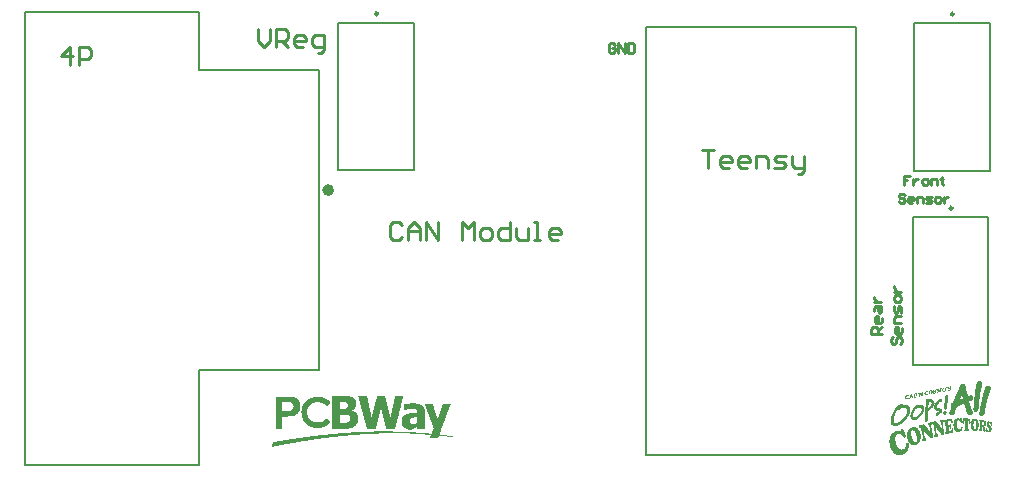
<source format=gbr>
%TF.GenerationSoftware,Altium Limited,Altium Designer,25.2.1 (25)*%
G04 Layer_Color=65535*
%FSLAX45Y45*%
%MOMM*%
%TF.SameCoordinates,EB21593C-EBE9-4C46-B465-0E1A71836AD5*%
%TF.FilePolarity,Positive*%
%TF.FileFunction,Legend,Top*%
%TF.Part,Single*%
G01*
G75*
%TA.AperFunction,NonConductor*%
%ADD22C,0.25000*%
%ADD23C,0.50000*%
%ADD24C,0.12700*%
%ADD25C,0.20000*%
%ADD26C,0.15240*%
%ADD27C,0.25400*%
G36*
X10617755Y9108897D02*
X10619509D01*
Y9103635D01*
X10614247D01*
Y9107143D01*
X10610739D01*
Y9108897D01*
X10607231D01*
Y9107143D01*
X10603723D01*
Y9103635D01*
X10605477D01*
Y9101881D01*
X10608985D01*
Y9100127D01*
X10616001D01*
Y9098373D01*
X10619509D01*
Y9094865D01*
X10621263D01*
Y9087849D01*
X10619509D01*
Y9084341D01*
X10617755D01*
Y9082587D01*
X10616001D01*
Y9080833D01*
X10614247D01*
Y9079079D01*
X10610739D01*
Y9077325D01*
X10598461D01*
Y9075571D01*
X10594953D01*
Y9080833D01*
X10593199D01*
Y9087849D01*
X10598461D01*
Y9086095D01*
X10600215D01*
Y9084341D01*
X10601969D01*
Y9082587D01*
X10608985D01*
Y9084341D01*
X10610739D01*
Y9087849D01*
X10608985D01*
Y9089603D01*
X10603723D01*
Y9091357D01*
X10598461D01*
Y9093111D01*
X10594953D01*
Y9096619D01*
X10593199D01*
Y9101881D01*
X10594953D01*
Y9105389D01*
X10596707D01*
Y9108897D01*
X10600215D01*
Y9110651D01*
X10601969D01*
Y9112405D01*
X10614247D01*
Y9114160D01*
X10617755D01*
Y9108897D01*
D02*
G37*
G36*
X10589691Y9107143D02*
X10591445D01*
Y9100127D01*
X10589691D01*
Y9096619D01*
X10587937D01*
Y9094865D01*
X10586183D01*
Y9093111D01*
X10582675D01*
Y9096619D01*
X10584429D01*
Y9100127D01*
X10582675D01*
Y9101881D01*
X10580920D01*
Y9105389D01*
X10582675D01*
Y9108897D01*
X10589691D01*
Y9107143D01*
D02*
G37*
G36*
X10542332Y9094865D02*
X10540578D01*
Y9093111D01*
X10538824D01*
Y9089603D01*
Y9087849D01*
Y9070309D01*
X10542332D01*
Y9065047D01*
X10537070D01*
Y9063293D01*
X10526546D01*
Y9061539D01*
X10524792D01*
Y9066801D01*
X10528300D01*
Y9082587D01*
X10526546D01*
Y9079079D01*
X10524792D01*
Y9073817D01*
X10523038D01*
Y9070309D01*
X10521284D01*
Y9065047D01*
X10512514D01*
Y9068555D01*
X10510760D01*
Y9070309D01*
X10509006D01*
Y9073817D01*
X10507252D01*
Y9077325D01*
X10505498D01*
Y9063293D01*
X10509006D01*
Y9058031D01*
X10501990D01*
Y9056277D01*
X10496728D01*
Y9059785D01*
X10498482D01*
Y9061539D01*
X10500236D01*
Y9084341D01*
X10498482D01*
Y9086095D01*
X10496728D01*
Y9089603D01*
X10500236D01*
Y9091357D01*
X10509006D01*
Y9093111D01*
X10510760D01*
Y9091357D01*
X10512514D01*
Y9089603D01*
X10514268D01*
Y9086095D01*
X10516022D01*
Y9082587D01*
X10517776D01*
Y9079079D01*
X10521284D01*
Y9082587D01*
X10523038D01*
Y9086095D01*
X10524792D01*
Y9091357D01*
X10526546D01*
Y9094865D01*
X10528300D01*
Y9096619D01*
X10533562D01*
Y9098373D01*
X10542332D01*
Y9094865D01*
D02*
G37*
G36*
X10491465Y9084341D02*
X10493220D01*
Y9079079D01*
X10491465D01*
Y9077325D01*
X10487957D01*
Y9080833D01*
X10486203D01*
Y9082587D01*
X10479187D01*
Y9080833D01*
X10477433D01*
Y9077325D01*
X10479187D01*
Y9075571D01*
X10486203D01*
Y9073817D01*
X10491465D01*
Y9072063D01*
X10493220D01*
Y9070309D01*
X10494973D01*
Y9063293D01*
X10493220D01*
Y9058031D01*
X10491465D01*
Y9056277D01*
X10489712D01*
Y9054523D01*
X10486203D01*
Y9052769D01*
X10473925D01*
Y9051015D01*
X10470417D01*
Y9049261D01*
X10468663D01*
Y9059785D01*
X10466909D01*
Y9061539D01*
X10468663D01*
Y9063293D01*
X10472171D01*
Y9059785D01*
X10473925D01*
Y9058031D01*
X10484449D01*
Y9063293D01*
X10479187D01*
Y9065047D01*
X10472171D01*
Y9066801D01*
X10470417D01*
Y9068555D01*
X10468663D01*
Y9072063D01*
X10466909D01*
Y9075571D01*
X10468663D01*
Y9080833D01*
X10470417D01*
Y9082587D01*
X10472171D01*
Y9084341D01*
X10473925D01*
Y9086095D01*
X10479187D01*
Y9087849D01*
X10489712D01*
Y9089603D01*
X10491465D01*
Y9084341D01*
D02*
G37*
G36*
X10573904Y9101881D02*
X10575659D01*
Y9100127D01*
X10577412D01*
Y9096619D01*
X10579167D01*
Y9080833D01*
X10577412D01*
Y9077325D01*
X10575659D01*
Y9075571D01*
X10573904D01*
Y9073817D01*
X10572150D01*
Y9072063D01*
X10570396D01*
Y9070309D01*
X10565134D01*
Y9068555D01*
X10551102D01*
Y9070309D01*
X10549348D01*
Y9072063D01*
X10547594D01*
Y9073817D01*
X10545840D01*
Y9077325D01*
Y9079079D01*
Y9080833D01*
X10544086D01*
Y9084341D01*
X10545840D01*
Y9093111D01*
X10547594D01*
Y9094865D01*
X10549348D01*
Y9098373D01*
X10551102D01*
Y9100127D01*
X10554610D01*
Y9101881D01*
X10558118D01*
Y9103635D01*
X10573904D01*
Y9101881D01*
D02*
G37*
G36*
X10424813Y9073817D02*
X10426567D01*
Y9063293D01*
X10421305D01*
Y9065047D01*
X10419551D01*
Y9066801D01*
X10417797D01*
Y9068555D01*
X10410781D01*
Y9066801D01*
X10409026D01*
Y9065047D01*
X10407273D01*
Y9058031D01*
X10405518D01*
Y9054523D01*
X10407273D01*
Y9049261D01*
X10409026D01*
Y9047507D01*
X10410781D01*
Y9045753D01*
X10417797D01*
Y9047507D01*
X10421305D01*
Y9049261D01*
X10423059D01*
Y9052769D01*
X10428321D01*
Y9049261D01*
X10426567D01*
Y9045753D01*
X10424813D01*
Y9043999D01*
X10423059D01*
Y9042245D01*
X10419551D01*
Y9040491D01*
X10416043D01*
Y9038737D01*
X10402010D01*
Y9040491D01*
X10398502D01*
Y9042245D01*
X10396748D01*
Y9047507D01*
X10394994D01*
Y9056277D01*
X10396748D01*
Y9063293D01*
X10398502D01*
Y9065047D01*
X10400256D01*
Y9066801D01*
X10402010D01*
Y9068555D01*
X10403764D01*
Y9070309D01*
X10405518D01*
Y9072063D01*
X10409026D01*
Y9073817D01*
X10421305D01*
Y9075571D01*
X10424813D01*
Y9073817D01*
D02*
G37*
G36*
X10384470Y9063293D02*
X10382716D01*
Y9059785D01*
X10380962D01*
Y9042245D01*
X10382716D01*
Y9033474D01*
X10380962D01*
Y9031721D01*
X10372192D01*
Y9035229D01*
X10370438D01*
Y9036982D01*
X10368684D01*
Y9038737D01*
X10366930D01*
Y9040491D01*
X10365176D01*
Y9042245D01*
X10363422D01*
Y9043999D01*
X10361668D01*
Y9045753D01*
X10359914D01*
Y9047507D01*
X10358160D01*
Y9033474D01*
X10361668D01*
Y9028212D01*
X10356406D01*
Y9026458D01*
X10349390D01*
Y9029966D01*
X10351144D01*
Y9031721D01*
X10352898D01*
Y9054523D01*
X10351144D01*
Y9056277D01*
X10347636D01*
Y9059785D01*
X10352898D01*
Y9061539D01*
X10358160D01*
Y9063293D01*
X10361668D01*
Y9061539D01*
X10363422D01*
Y9059785D01*
X10365176D01*
Y9058031D01*
X10366930D01*
Y9056277D01*
X10368684D01*
Y9054523D01*
X10370438D01*
Y9051015D01*
X10372192D01*
Y9049261D01*
X10373946D01*
Y9047507D01*
X10375700D01*
Y9049261D01*
X10377454D01*
Y9051015D01*
X10375700D01*
Y9059785D01*
X10373946D01*
Y9061539D01*
X10372192D01*
Y9065047D01*
X10379208D01*
Y9066801D01*
X10384470D01*
Y9063293D01*
D02*
G37*
G36*
X10456385Y9079079D02*
X10459893D01*
Y9077325D01*
X10461647D01*
Y9075571D01*
X10463401D01*
Y9072063D01*
X10465155D01*
Y9059785D01*
X10463401D01*
Y9056277D01*
X10461647D01*
Y9052769D01*
X10459893D01*
Y9051015D01*
X10458139D01*
Y9049261D01*
X10454631D01*
Y9047507D01*
X10452877D01*
Y9045753D01*
X10437091D01*
Y9047507D01*
X10433583D01*
Y9049261D01*
X10431829D01*
Y9054523D01*
X10430075D01*
Y9065047D01*
X10431829D01*
Y9070309D01*
X10433583D01*
Y9073817D01*
X10435337D01*
Y9075571D01*
X10437091D01*
Y9077325D01*
X10440599D01*
Y9079079D01*
X10445861D01*
Y9080833D01*
X10456385D01*
Y9079079D01*
D02*
G37*
G36*
X10345882Y9056277D02*
X10347636D01*
Y9052769D01*
X10345882D01*
Y9049261D01*
X10344128D01*
Y9047507D01*
Y9045753D01*
X10342374D01*
Y9043999D01*
X10338866D01*
Y9047507D01*
X10340620D01*
Y9049261D01*
X10338866D01*
Y9051015D01*
X10337112D01*
Y9058031D01*
X10338866D01*
Y9059785D01*
X10345882D01*
Y9056277D01*
D02*
G37*
G36*
X10261689Y9036982D02*
X10263443D01*
Y9029966D01*
X10258181D01*
Y9033474D01*
X10256427D01*
Y9035229D01*
X10252919D01*
Y9036982D01*
X10251165D01*
Y9035229D01*
X10245903D01*
Y9033474D01*
X10244148D01*
Y9028212D01*
X10242395D01*
Y9019442D01*
X10244148D01*
Y9015934D01*
X10245903D01*
Y9014180D01*
X10247657D01*
Y9012426D01*
X10254673D01*
Y9014180D01*
X10256427D01*
Y9015934D01*
X10258181D01*
Y9017688D01*
X10259935D01*
Y9019442D01*
X10265197D01*
Y9017688D01*
X10263443D01*
Y9014180D01*
X10261689D01*
Y9010672D01*
X10259935D01*
Y9008918D01*
X10256427D01*
Y9007164D01*
X10252919D01*
Y9005410D01*
X10238887D01*
Y9007164D01*
X10235378D01*
Y9008918D01*
X10233624D01*
Y9012426D01*
X10231870D01*
Y9026458D01*
X10233624D01*
Y9029966D01*
Y9031721D01*
X10235378D01*
Y9033474D01*
X10237132D01*
Y9035229D01*
X10238887D01*
Y9036982D01*
X10242395D01*
Y9038737D01*
X10245903D01*
Y9040491D01*
X10258181D01*
Y9042245D01*
X10261689D01*
Y9036982D01*
D02*
G37*
G36*
X10331850Y9052769D02*
X10333604D01*
Y9051015D01*
X10335358D01*
Y9040491D01*
X10333604D01*
Y9038737D01*
X10331850D01*
Y9036982D01*
X10330095D01*
Y9035229D01*
X10328342D01*
Y9033474D01*
X10324834D01*
Y9031721D01*
X10317817D01*
Y9029966D01*
X10316063D01*
Y9028212D01*
X10317817D01*
Y9024704D01*
X10321325D01*
Y9021196D01*
X10319571D01*
Y9019442D01*
X10310801D01*
Y9017688D01*
X10303785D01*
Y9021196D01*
X10305539D01*
Y9024704D01*
X10307293D01*
Y9036982D01*
X10305539D01*
Y9045753D01*
X10303785D01*
Y9047507D01*
X10302031D01*
Y9049261D01*
X10303785D01*
Y9051015D01*
X10309047D01*
Y9052769D01*
X10317817D01*
Y9054523D01*
X10331850D01*
Y9052769D01*
D02*
G37*
G36*
X10287999Y9045753D02*
X10289753D01*
Y9042245D01*
X10291507D01*
Y9038737D01*
X10293261D01*
Y9035229D01*
X10295015D01*
Y9029966D01*
X10296769D01*
Y9024704D01*
X10298523D01*
Y9021196D01*
X10302031D01*
Y9017688D01*
X10300277D01*
Y9015934D01*
X10293261D01*
Y9014180D01*
X10284491D01*
Y9017688D01*
X10286245D01*
Y9019442D01*
X10287999D01*
Y9021196D01*
X10286245D01*
Y9022950D01*
X10284491D01*
Y9021196D01*
X10277475D01*
Y9019442D01*
X10273967D01*
Y9015934D01*
X10277475D01*
Y9014180D01*
Y9012426D01*
X10275721D01*
Y9010672D01*
X10268705D01*
Y9008918D01*
X10265197D01*
Y9014180D01*
X10268705D01*
Y9019442D01*
X10270459D01*
Y9022950D01*
X10272213D01*
Y9028212D01*
X10273967D01*
Y9035229D01*
X10275721D01*
Y9040491D01*
X10277475D01*
Y9043999D01*
X10279229D01*
Y9045753D01*
X10284491D01*
Y9047507D01*
X10287999D01*
Y9045753D01*
D02*
G37*
G36*
X10728258Y9135208D02*
X10731766D01*
Y9133454D01*
X10733520D01*
Y9131700D01*
X10735274D01*
Y9129946D01*
X10737028D01*
Y9128192D01*
X10738782D01*
Y9126438D01*
X10740537D01*
Y9121176D01*
X10742290D01*
Y9115913D01*
X10744045D01*
Y9103635D01*
X10745798D01*
Y9096619D01*
X10747553D01*
Y9089603D01*
X10749307D01*
Y9082587D01*
X10751061D01*
Y9075571D01*
X10752815D01*
Y9066801D01*
X10754569D01*
Y9061539D01*
X10756323D01*
Y9054523D01*
X10758077D01*
Y9052769D01*
Y9051015D01*
Y9045753D01*
X10759831D01*
Y9038737D01*
X10761585D01*
Y9033474D01*
X10763339D01*
Y9029966D01*
X10766847D01*
Y9031721D01*
X10770355D01*
Y9033474D01*
X10773863D01*
Y9035229D01*
X10775617D01*
Y9036982D01*
X10782633D01*
Y9038737D01*
X10794911D01*
Y9036982D01*
X10798419D01*
Y9035229D01*
X10800173D01*
Y9033474D01*
X10801927D01*
Y9031721D01*
X10803681D01*
Y9029966D01*
X10805435D01*
Y9024704D01*
X10807189D01*
Y9019442D01*
X10808943D01*
Y9010672D01*
X10807189D01*
Y9005410D01*
X10805435D01*
Y9001902D01*
X10803681D01*
Y9000148D01*
X10801927D01*
Y8998394D01*
X10800173D01*
Y8996640D01*
X10798419D01*
Y8994886D01*
X10796665D01*
Y8993132D01*
X10793157D01*
Y8991378D01*
X10786141D01*
Y8989624D01*
X10780879D01*
Y8991378D01*
X10779125D01*
Y8989624D01*
X10775617D01*
Y8987870D01*
X10773863D01*
Y8982608D01*
X10775617D01*
Y8975592D01*
X10777371D01*
Y8970330D01*
X10779125D01*
Y8965068D01*
X10780879D01*
Y8958052D01*
X10782633D01*
Y8954543D01*
X10784387D01*
Y8947527D01*
X10786141D01*
Y8940511D01*
X10787895D01*
Y8937003D01*
X10789649D01*
Y8929987D01*
X10791403D01*
Y8924725D01*
X10793157D01*
Y8919463D01*
X10794911D01*
Y8914201D01*
X10796665D01*
Y8912447D01*
X10798419D01*
Y8910693D01*
X10800173D01*
Y8908939D01*
X10801927D01*
Y8905431D01*
X10803681D01*
Y8900169D01*
X10805435D01*
Y8887891D01*
X10803681D01*
Y8884383D01*
X10801927D01*
Y8882629D01*
X10800173D01*
Y8879121D01*
X10798419D01*
Y8877367D01*
X10796665D01*
Y8875613D01*
X10794911D01*
Y8873859D01*
X10791403D01*
Y8872104D01*
X10786141D01*
Y8870351D01*
X10779125D01*
Y8868596D01*
X10772109D01*
Y8870351D01*
X10766847D01*
Y8872104D01*
X10763339D01*
Y8873859D01*
X10761585D01*
Y8875613D01*
X10759831D01*
Y8877367D01*
X10758077D01*
Y8879121D01*
X10756323D01*
Y8882629D01*
X10754569D01*
Y8894907D01*
X10752815D01*
Y8900169D01*
X10751061D01*
Y8907185D01*
X10749307D01*
Y8912447D01*
X10747553D01*
Y8915955D01*
X10745798D01*
Y8922971D01*
X10744045D01*
Y8928233D01*
X10742290D01*
Y8933495D01*
X10740537D01*
Y8938757D01*
X10738782D01*
Y8942265D01*
X10737028D01*
Y8949282D01*
X10735274D01*
Y8954543D01*
X10733520D01*
Y8958052D01*
X10731766D01*
Y8965068D01*
X10730012D01*
Y8966822D01*
X10724750D01*
Y8965068D01*
X10721242D01*
Y8963314D01*
X10717734D01*
Y8961560D01*
X10714226D01*
Y8959806D01*
X10710718D01*
Y8958052D01*
X10705456D01*
Y8956298D01*
X10703702D01*
Y8954543D01*
X10698440D01*
Y8952790D01*
X10694932D01*
Y8951035D01*
X10689670D01*
Y8949282D01*
X10686162D01*
Y8947527D01*
X10682654D01*
Y8945773D01*
X10679146D01*
Y8944019D01*
X10675638D01*
Y8942265D01*
X10672130D01*
Y8940511D01*
X10670376D01*
Y8937003D01*
X10668622D01*
Y8933495D01*
X10666868D01*
Y8929987D01*
X10665114D01*
Y8926479D01*
X10663359D01*
Y8922971D01*
X10661606D01*
Y8919463D01*
X10659851D01*
Y8914201D01*
X10658098D01*
Y8908939D01*
X10656343D01*
Y8903677D01*
X10654589D01*
Y8898415D01*
X10652835D01*
Y8887891D01*
X10651081D01*
Y8882629D01*
X10649327D01*
Y8880875D01*
X10647573D01*
Y8879121D01*
X10645819D01*
Y8875613D01*
X10642311D01*
Y8873859D01*
X10640557D01*
Y8872104D01*
X10637049D01*
Y8870351D01*
X10633541D01*
Y8868596D01*
X10619509D01*
Y8870351D01*
X10616001D01*
Y8872104D01*
X10612493D01*
Y8873859D01*
X10610739D01*
Y8875613D01*
X10608985D01*
Y8880875D01*
X10607231D01*
Y8894907D01*
X10608985D01*
Y8901923D01*
X10610739D01*
Y8907185D01*
X10612493D01*
Y8912447D01*
X10614247D01*
Y8917709D01*
X10616001D01*
Y8922971D01*
X10617755D01*
Y8928233D01*
X10619509D01*
Y8933495D01*
X10621263D01*
Y8940511D01*
X10619509D01*
Y8944019D01*
X10617755D01*
Y8949282D01*
X10616001D01*
Y8958052D01*
X10617755D01*
Y8963314D01*
X10619509D01*
Y8966822D01*
X10621263D01*
Y8968576D01*
X10623017D01*
Y8970330D01*
X10624771D01*
Y8972084D01*
X10626525D01*
Y8973838D01*
X10628279D01*
Y8975592D01*
X10630033D01*
Y8977346D01*
X10633541D01*
Y8979100D01*
X10635295D01*
Y8980854D01*
X10638803D01*
Y8984362D01*
X10640557D01*
Y8987870D01*
X10642311D01*
Y8993132D01*
X10644065D01*
Y8996640D01*
X10645819D01*
Y9000148D01*
X10647573D01*
Y9005410D01*
X10649327D01*
Y9008918D01*
X10651081D01*
Y9014180D01*
X10652835D01*
Y9017688D01*
X10654589D01*
Y9021196D01*
X10656343D01*
Y9024704D01*
X10658098D01*
Y9029966D01*
X10659851D01*
Y9035229D01*
X10661606D01*
Y9038737D01*
X10663359D01*
Y9042245D01*
X10665114D01*
Y9047507D01*
X10666868D01*
Y9049261D01*
X10668622D01*
Y9054523D01*
X10670376D01*
Y9059785D01*
X10672130D01*
Y9063293D01*
X10673884D01*
Y9066801D01*
X10675638D01*
Y9070309D01*
X10677392D01*
Y9075571D01*
X10679146D01*
Y9079079D01*
X10680900D01*
Y9082587D01*
X10682654D01*
Y9087849D01*
X10684408D01*
Y9091357D01*
X10686162D01*
Y9094865D01*
X10687916D01*
Y9100127D01*
X10689670D01*
Y9105389D01*
X10691424D01*
Y9108897D01*
X10693178D01*
Y9112405D01*
X10694932D01*
Y9115913D01*
X10696686D01*
Y9119421D01*
X10698440D01*
Y9121176D01*
X10700194D01*
Y9124684D01*
X10701948D01*
Y9126438D01*
X10703702D01*
Y9128192D01*
X10705456D01*
Y9129946D01*
X10707210D01*
Y9131700D01*
X10708964D01*
Y9133454D01*
X10712472D01*
Y9135208D01*
X10717734D01*
Y9136962D01*
X10728258D01*
Y9135208D01*
D02*
G37*
G36*
X10537070Y9007164D02*
X10540578D01*
Y9005410D01*
X10544086D01*
Y9001902D01*
X10545840D01*
Y8996640D01*
X10547594D01*
Y8991378D01*
X10545840D01*
Y8987870D01*
X10544086D01*
Y8986116D01*
X10540578D01*
Y8984362D01*
X10531808D01*
Y8986116D01*
X10526546D01*
Y8984362D01*
X10524792D01*
Y8982608D01*
X10523038D01*
Y8980854D01*
X10521284D01*
Y8977346D01*
X10519530D01*
Y8975592D01*
X10517776D01*
Y8973838D01*
X10516022D01*
Y8970330D01*
X10514268D01*
Y8968576D01*
X10512514D01*
Y8965068D01*
X10510760D01*
Y8963314D01*
X10509006D01*
Y8959806D01*
X10507252D01*
Y8958052D01*
X10505498D01*
Y8954543D01*
X10503744D01*
Y8951035D01*
X10501990D01*
Y8947527D01*
X10500236D01*
Y8937003D01*
X10501990D01*
Y8935249D01*
X10503744D01*
Y8933495D01*
X10507252D01*
Y8931741D01*
X10512514D01*
Y8929987D01*
X10519530D01*
Y8928233D01*
X10526546D01*
Y8926479D01*
X10531808D01*
Y8924725D01*
X10535316D01*
Y8922971D01*
X10538824D01*
Y8921217D01*
X10540578D01*
Y8919463D01*
X10542332D01*
Y8917709D01*
X10544086D01*
Y8914201D01*
X10545840D01*
Y8901923D01*
X10544086D01*
Y8898415D01*
X10542332D01*
Y8896661D01*
X10540578D01*
Y8893153D01*
X10538824D01*
Y8891399D01*
X10537070D01*
Y8889645D01*
X10535316D01*
Y8887891D01*
X10533562D01*
Y8886137D01*
X10530054D01*
Y8884383D01*
X10528300D01*
Y8882629D01*
X10526546D01*
Y8880875D01*
X10524792D01*
Y8877367D01*
X10521284D01*
Y8875613D01*
X10519530D01*
Y8873859D01*
X10517776D01*
Y8872104D01*
X10516022D01*
Y8870351D01*
X10512514D01*
Y8868596D01*
X10509006D01*
Y8866843D01*
X10501990D01*
Y8865088D01*
X10500236D01*
Y8866843D01*
X10494973D01*
Y8868596D01*
X10493220D01*
Y8870351D01*
X10491465D01*
Y8873859D01*
Y8875613D01*
X10489712D01*
Y8877367D01*
X10491465D01*
Y8882629D01*
X10493220D01*
Y8886137D01*
X10494973D01*
Y8887891D01*
X10498482D01*
Y8889645D01*
X10500236D01*
Y8891399D01*
X10503744D01*
Y8893153D01*
X10505498D01*
Y8894907D01*
X10509006D01*
Y8896661D01*
X10512514D01*
Y8898415D01*
X10516022D01*
Y8900169D01*
X10519530D01*
Y8901923D01*
X10521284D01*
Y8905431D01*
X10510760D01*
Y8907185D01*
X10501990D01*
Y8908939D01*
X10496728D01*
Y8910693D01*
X10491465D01*
Y8912447D01*
X10487957D01*
Y8914201D01*
X10486203D01*
Y8915955D01*
X10484449D01*
Y8917709D01*
X10482695D01*
Y8919463D01*
X10480941D01*
Y8921217D01*
X10479187D01*
Y8924725D01*
X10477433D01*
Y8931741D01*
X10475679D01*
Y8942265D01*
X10477433D01*
Y8951035D01*
X10479187D01*
Y8956298D01*
X10480941D01*
Y8961560D01*
X10482695D01*
Y8965068D01*
X10484449D01*
Y8968576D01*
X10486203D01*
Y8970330D01*
X10487957D01*
Y8973838D01*
X10489712D01*
Y8975592D01*
X10491465D01*
Y8977346D01*
X10493220D01*
Y8980854D01*
X10494973D01*
Y8982608D01*
X10496728D01*
Y8984362D01*
X10498482D01*
Y8986116D01*
X10500236D01*
Y8989624D01*
X10501990D01*
Y8991378D01*
X10503744D01*
Y8993132D01*
X10505498D01*
Y8994886D01*
X10507252D01*
Y8996640D01*
X10509006D01*
Y8998394D01*
X10510760D01*
Y9000148D01*
X10512514D01*
Y9001902D01*
X10516022D01*
Y9003656D01*
X10517776D01*
Y9005410D01*
X10519530D01*
Y9007164D01*
X10523038D01*
Y9008918D01*
X10537070D01*
Y9007164D01*
D02*
G37*
G36*
X5262076Y9025167D02*
X5287668D01*
Y9022324D01*
X5299043D01*
Y9019480D01*
X5307574D01*
Y9016637D01*
X5313261D01*
Y9013793D01*
X5321792D01*
Y9010949D01*
X5327479D01*
Y9008106D01*
X5333166D01*
Y9005262D01*
X5336010D01*
Y9002419D01*
X5341697D01*
Y8999575D01*
X5344540D01*
Y8996731D01*
X5350228D01*
Y8993888D01*
X5353071D01*
Y8991044D01*
X5355915D01*
Y8988201D01*
X5358759D01*
Y8982513D01*
X5361602D01*
Y8979670D01*
X5364446D01*
Y8976826D01*
X5367289D01*
Y8973983D01*
X5364446D01*
Y8971139D01*
X5361602D01*
Y8968295D01*
X5358759D01*
Y8965452D01*
X5355915D01*
Y8962608D01*
X5353071D01*
Y8959765D01*
X5350228D01*
Y8956921D01*
X5347384D01*
Y8954077D01*
X5344540D01*
Y8951234D01*
X5341697D01*
Y8948390D01*
X5338853D01*
Y8945546D01*
X5333166D01*
Y8948390D01*
X5330323D01*
Y8951234D01*
X5324635D01*
Y8954077D01*
X5321792D01*
Y8956921D01*
X5318948D01*
Y8959765D01*
X5316104D01*
Y8962608D01*
X5310417D01*
Y8965452D01*
X5304730D01*
Y8968295D01*
X5301887D01*
Y8971139D01*
X5293356D01*
Y8973983D01*
X5287668D01*
Y8976826D01*
X5273450D01*
Y8979670D01*
X5239327D01*
Y8976826D01*
X5225109D01*
Y8973983D01*
X5219422D01*
Y8971139D01*
X5213735D01*
Y8968295D01*
X5208047D01*
Y8965452D01*
X5205204D01*
Y8962608D01*
X5202360D01*
Y8959765D01*
X5196673D01*
Y8956921D01*
X5193830D01*
Y8954077D01*
X5190986D01*
Y8951234D01*
X5188142D01*
Y8948390D01*
X5185299D01*
Y8942703D01*
X5182455D01*
Y8939859D01*
X5179611D01*
Y8934172D01*
X5176768D01*
Y8928485D01*
X5173924D01*
Y8919954D01*
X5171081D01*
Y8902893D01*
X5168237D01*
Y8885831D01*
X5171081D01*
Y8868769D01*
X5173924D01*
Y8860239D01*
X5176768D01*
Y8854551D01*
X5179611D01*
Y8848864D01*
X5182455D01*
Y8843177D01*
X5185299D01*
Y8840333D01*
X5188142D01*
Y8837490D01*
X5190986D01*
Y8834646D01*
X5193830D01*
Y8831803D01*
X5196673D01*
Y8828959D01*
X5199517D01*
Y8826115D01*
X5202360D01*
Y8823272D01*
X5208047D01*
Y8820428D01*
X5210891D01*
Y8817584D01*
X5216578D01*
Y8814741D01*
X5225109D01*
Y8811897D01*
X5233640D01*
Y8809054D01*
X5279138D01*
Y8811897D01*
X5290512D01*
Y8814741D01*
X5299043D01*
Y8817584D01*
X5301887D01*
Y8820428D01*
X5307574D01*
Y8823272D01*
X5313261D01*
Y8826115D01*
X5316104D01*
Y8828959D01*
X5318948D01*
Y8831803D01*
X5321792D01*
Y8834646D01*
X5327479D01*
Y8837490D01*
X5330323D01*
Y8840333D01*
X5333166D01*
Y8843177D01*
X5336010D01*
Y8840333D01*
X5338853D01*
Y8837490D01*
X5341697D01*
Y8834646D01*
X5344540D01*
Y8831803D01*
X5347384D01*
Y8828959D01*
X5350228D01*
Y8826115D01*
X5353071D01*
Y8823272D01*
X5355915D01*
Y8820428D01*
X5358759D01*
Y8817584D01*
X5361602D01*
Y8814741D01*
X5364446D01*
Y8806210D01*
X5361602D01*
Y8803366D01*
X5358759D01*
Y8800523D01*
X5355915D01*
Y8797679D01*
X5350228D01*
Y8794836D01*
X5347384D01*
Y8791992D01*
X5344540D01*
Y8789149D01*
X5341697D01*
Y8786305D01*
X5338853D01*
Y8783461D01*
X5333166D01*
Y8780618D01*
X5330323D01*
Y8777774D01*
X5321792D01*
Y8774930D01*
X5318948D01*
Y8772087D01*
X5310417D01*
Y8769243D01*
X5301887D01*
Y8766400D01*
X5290512D01*
Y8763556D01*
X5273450D01*
Y8760712D01*
X5239327D01*
Y8763556D01*
X5222266D01*
Y8766400D01*
X5210891D01*
Y8769243D01*
X5202360D01*
Y8772087D01*
X5196673D01*
Y8774930D01*
X5190986D01*
Y8777774D01*
X5185299D01*
Y8780618D01*
X5179611D01*
Y8783461D01*
X5173924D01*
Y8786305D01*
X5171081D01*
Y8789149D01*
X5168237D01*
Y8791992D01*
X5165394D01*
Y8794836D01*
X5162550D01*
Y8797679D01*
X5159706D01*
Y8800523D01*
X5156863D01*
Y8803366D01*
X5154019D01*
Y8806210D01*
X5151176D01*
Y8809054D01*
X5148332D01*
Y8811897D01*
X5145488D01*
Y8817584D01*
X5142645D01*
Y8820428D01*
X5139801D01*
Y8823272D01*
X5136957D01*
Y8828959D01*
X5134114D01*
Y8834646D01*
X5131270D01*
Y8843177D01*
X5128427D01*
Y8851708D01*
X5125583D01*
Y8863082D01*
X5122740D01*
Y8885831D01*
X5119896D01*
Y8902893D01*
X5122740D01*
Y8925641D01*
X5125583D01*
Y8934172D01*
X5128427D01*
Y8945546D01*
X5131270D01*
Y8951234D01*
X5134114D01*
Y8956921D01*
X5136957D01*
Y8962608D01*
X5139801D01*
Y8965452D01*
X5142645D01*
Y8971139D01*
X5145488D01*
Y8973983D01*
X5148332D01*
Y8976826D01*
X5151176D01*
Y8979670D01*
X5154019D01*
Y8982513D01*
X5156863D01*
Y8988201D01*
X5159706D01*
Y8991044D01*
X5162550D01*
Y8993888D01*
X5165394D01*
Y8996731D01*
X5171081D01*
Y8999575D01*
X5173924D01*
Y9002419D01*
X5176768D01*
Y9005262D01*
X5182455D01*
Y9008106D01*
X5188142D01*
Y9010949D01*
X5193830D01*
Y9013793D01*
X5199517D01*
Y9016637D01*
X5208047D01*
Y9019480D01*
X5216578D01*
Y9022324D01*
X5225109D01*
Y9025167D01*
X5253545D01*
Y9028011D01*
X5262076D01*
Y9025167D01*
D02*
G37*
G36*
X10591445Y9042245D02*
X10593199D01*
Y9038737D01*
X10594953D01*
Y9033474D01*
X10596707D01*
Y9005410D01*
X10594953D01*
Y8994886D01*
X10593199D01*
Y8984362D01*
X10591445D01*
Y8977346D01*
X10589691D01*
Y8968576D01*
X10587937D01*
Y8961560D01*
X10586183D01*
Y8931741D01*
X10584429D01*
Y8926479D01*
X10582675D01*
Y8924725D01*
X10580920D01*
Y8921217D01*
X10577412D01*
Y8919463D01*
X10575659D01*
Y8917709D01*
X10566888D01*
Y8919463D01*
X10565134D01*
Y8921217D01*
X10563380D01*
Y8924725D01*
X10561626D01*
Y8956298D01*
X10563380D01*
Y8973838D01*
X10565134D01*
Y8984362D01*
Y8986116D01*
X10566888D01*
Y9001902D01*
X10568642D01*
Y9017688D01*
X10570396D01*
Y9029966D01*
X10572150D01*
Y9035229D01*
X10573904D01*
Y9038737D01*
X10575659D01*
Y9040491D01*
X10577412D01*
Y9042245D01*
X10579167D01*
Y9043999D01*
X10591445D01*
Y9042245D01*
D02*
G37*
G36*
X10868580Y9156256D02*
X10872088D01*
Y9154502D01*
X10875596D01*
Y9152748D01*
X10877350D01*
Y9150994D01*
X10879104D01*
Y9147486D01*
X10880858D01*
Y9143978D01*
X10882612D01*
Y9121176D01*
X10880858D01*
Y9110651D01*
X10879104D01*
Y9103635D01*
X10877350D01*
Y9096619D01*
X10875596D01*
Y9087849D01*
X10873842D01*
Y9080833D01*
X10872088D01*
Y9072063D01*
X10870334D01*
Y9063293D01*
X10868580D01*
Y9054523D01*
X10866826D01*
Y9042245D01*
X10865072D01*
Y9031721D01*
X10863318D01*
Y9019442D01*
X10861564D01*
Y9017688D01*
Y9015934D01*
Y9005410D01*
X10859810D01*
Y8993132D01*
X10858056D01*
Y8973838D01*
X10856302D01*
Y8940511D01*
X10854548D01*
Y8919463D01*
X10852794D01*
Y8912447D01*
X10851040D01*
Y8908939D01*
X10849286D01*
Y8905431D01*
X10847532D01*
Y8903677D01*
X10845778D01*
Y8901923D01*
X10844024D01*
Y8900169D01*
X10842270D01*
Y8898415D01*
X10840516D01*
Y8896661D01*
X10821221D01*
Y8898415D01*
X10817713D01*
Y8900169D01*
X10815959D01*
Y8901923D01*
X10812451D01*
Y8905431D01*
X10810697D01*
Y8912447D01*
X10808943D01*
Y8928233D01*
X10810697D01*
Y8952790D01*
X10812451D01*
Y8972084D01*
X10814205D01*
Y8991378D01*
X10815959D01*
Y9008918D01*
X10817713D01*
Y9022950D01*
X10819467D01*
Y9038737D01*
X10821221D01*
Y9054523D01*
X10822975D01*
Y9070309D01*
X10824729D01*
Y9079079D01*
X10826484D01*
Y9094865D01*
X10828237D01*
Y9105389D01*
X10829992D01*
Y9115913D01*
X10831745D01*
Y9124684D01*
X10833500D01*
Y9133454D01*
X10835254D01*
Y9138716D01*
X10837008D01*
Y9143978D01*
X10838762D01*
Y9147486D01*
X10840516D01*
Y9150994D01*
X10842270D01*
Y9152748D01*
X10844024D01*
Y9154502D01*
X10847532D01*
Y9156256D01*
X10851040D01*
Y9158010D01*
X10868580D01*
Y9156256D01*
D02*
G37*
G36*
X10577412Y8905431D02*
X10579167D01*
Y8903677D01*
X10580920D01*
Y8898415D01*
X10582675D01*
Y8896661D01*
Y8894907D01*
Y8889645D01*
X10580920D01*
Y8882629D01*
X10579167D01*
Y8880875D01*
X10577412D01*
Y8877367D01*
X10575659D01*
Y8875613D01*
X10572150D01*
Y8873859D01*
X10565134D01*
Y8875613D01*
X10561626D01*
Y8877367D01*
X10559872D01*
Y8879121D01*
X10558118D01*
Y8884383D01*
X10556364D01*
Y8896661D01*
X10558118D01*
Y8901923D01*
X10559872D01*
Y8903677D01*
X10561626D01*
Y8905431D01*
X10563380D01*
Y8907185D01*
X10577412D01*
Y8905431D01*
D02*
G37*
G36*
X10942249Y9119421D02*
X10945757D01*
Y9117668D01*
X10947511D01*
Y9115913D01*
X10949265D01*
Y9114160D01*
X10951019D01*
Y9112405D01*
X10952773D01*
Y9108897D01*
X10954527D01*
Y9098373D01*
X10956281D01*
Y9096619D01*
X10954527D01*
Y9084341D01*
X10952773D01*
Y9075571D01*
X10951019D01*
Y9070309D01*
X10949265D01*
Y9065047D01*
X10947511D01*
Y9059785D01*
X10945757D01*
Y9054523D01*
X10944003D01*
Y9049261D01*
X10942249D01*
Y9043999D01*
X10940495D01*
Y9040491D01*
X10938741D01*
Y9035229D01*
X10936987D01*
Y9029966D01*
X10935233D01*
Y9022950D01*
X10933479D01*
Y9017688D01*
X10931725D01*
Y9012426D01*
X10929971D01*
Y9007164D01*
X10928217D01*
Y9000148D01*
X10926463D01*
Y8994886D01*
X10924709D01*
Y8987870D01*
X10922955D01*
Y8980854D01*
X10921201D01*
Y8973838D01*
X10919447D01*
Y8966822D01*
X10917693D01*
Y8959806D01*
X10915939D01*
Y8952790D01*
X10914184D01*
Y8944019D01*
X10912431D01*
Y8935249D01*
X10910676D01*
Y8922971D01*
X10908923D01*
Y8921217D01*
Y8912447D01*
X10907168D01*
Y8898415D01*
X10905414D01*
Y8889645D01*
X10903660D01*
Y8882629D01*
X10901906D01*
Y8877367D01*
X10900152D01*
Y8873859D01*
X10898398D01*
Y8872104D01*
X10896644D01*
Y8868596D01*
X10894890D01*
Y8866843D01*
X10891382D01*
Y8865088D01*
X10887874D01*
Y8863335D01*
X10880858D01*
Y8861580D01*
X10879104D01*
Y8863335D01*
X10870334D01*
Y8865088D01*
X10866826D01*
Y8866843D01*
X10865072D01*
Y8868596D01*
X10863318D01*
Y8870351D01*
X10861564D01*
Y8873859D01*
X10859810D01*
Y8900169D01*
X10861564D01*
Y8910693D01*
X10863318D01*
Y8919463D01*
X10865072D01*
Y8928233D01*
X10866826D01*
Y8938757D01*
X10868580D01*
Y8945773D01*
X10870334D01*
Y8954543D01*
X10872088D01*
Y8963314D01*
X10873842D01*
Y8970330D01*
X10875596D01*
Y8977346D01*
X10877350D01*
Y8984362D01*
X10879104D01*
Y8993132D01*
X10880858D01*
Y9000148D01*
X10882612D01*
Y9007164D01*
X10884366D01*
Y9015934D01*
X10886120D01*
Y9021196D01*
X10887874D01*
Y9029966D01*
X10889628D01*
Y9038737D01*
X10891382D01*
Y9042245D01*
X10893136D01*
Y9051015D01*
X10894890D01*
Y9058031D01*
X10896644D01*
Y9063293D01*
X10898398D01*
Y9070309D01*
X10900152D01*
Y9077325D01*
X10901906D01*
Y9084341D01*
X10903660D01*
Y9089603D01*
X10905414D01*
Y9094865D01*
X10907168D01*
Y9100127D01*
X10908923D01*
Y9103635D01*
X10910676D01*
Y9108897D01*
X10912431D01*
Y9110651D01*
X10914184D01*
Y9114160D01*
X10915939D01*
Y9115913D01*
X10919447D01*
Y9117668D01*
X10921201D01*
Y9119421D01*
X10924709D01*
Y9121176D01*
X10942249D01*
Y9119421D01*
D02*
G37*
G36*
X5984351Y9028011D02*
X5981507D01*
Y9016637D01*
X5978664D01*
Y9005262D01*
X5975820D01*
Y8993888D01*
X5972977D01*
Y8982513D01*
X5970133D01*
Y8971139D01*
X5967290D01*
Y8959765D01*
X5964446D01*
Y8948390D01*
X5961602D01*
Y8934172D01*
X5958759D01*
Y8925641D01*
X5955915D01*
Y8914267D01*
X5953071D01*
Y8902893D01*
X5950228D01*
Y8891518D01*
X5947384D01*
Y8877300D01*
X5944541D01*
Y8865926D01*
X5941697D01*
Y8857395D01*
X5938854D01*
Y8846020D01*
X5936010D01*
Y8837490D01*
X5933166D01*
Y8826115D01*
X5930323D01*
Y8814741D01*
X5927479D01*
Y8803366D01*
X5924635D01*
Y8791992D01*
X5921792D01*
Y8777774D01*
X5918948D01*
Y8766400D01*
X5916105D01*
Y8757869D01*
X5913261D01*
Y8755025D01*
X5836484D01*
Y8763556D01*
X5833640D01*
Y8774930D01*
X5830797D01*
Y8786305D01*
X5827953D01*
Y8797679D01*
X5825109D01*
Y8809054D01*
X5822266D01*
Y8820428D01*
X5819422D01*
Y8831803D01*
X5816579D01*
Y8843177D01*
X5813735D01*
Y8854551D01*
X5810891D01*
Y8865926D01*
X5808048D01*
Y8877300D01*
X5805204D01*
Y8885831D01*
X5802361D01*
Y8900049D01*
X5799517D01*
Y8911423D01*
X5796673D01*
Y8917110D01*
X5793830D01*
Y8922798D01*
X5790986D01*
Y8914267D01*
X5788143D01*
Y8902893D01*
X5785299D01*
Y8894362D01*
X5782455D01*
Y8880144D01*
X5779612D01*
Y8868769D01*
X5776768D01*
Y8857395D01*
X5773924D01*
Y8846020D01*
X5771081D01*
Y8834646D01*
X5768237D01*
Y8823272D01*
X5765394D01*
Y8811897D01*
X5762550D01*
Y8800523D01*
X5759707D01*
Y8789149D01*
X5756863D01*
Y8774930D01*
X5754019D01*
Y8763556D01*
X5751176D01*
Y8755025D01*
X5674398D01*
Y8757869D01*
X5671555D01*
Y8769243D01*
X5668711D01*
Y8777774D01*
X5665868D01*
Y8791992D01*
X5663024D01*
Y8803366D01*
X5660180D01*
Y8814741D01*
X5657337D01*
Y8823272D01*
X5654493D01*
Y8831803D01*
X5651650D01*
Y8843177D01*
X5648806D01*
Y8854551D01*
X5645962D01*
Y8865926D01*
X5643119D01*
Y8877300D01*
X5640275D01*
Y8888675D01*
X5637432D01*
Y8900049D01*
X5634588D01*
Y8905736D01*
Y8908580D01*
Y8911423D01*
X5631744D01*
Y8925641D01*
X5628901D01*
Y8934172D01*
X5626057D01*
Y8948390D01*
X5623214D01*
Y8959765D01*
X5620370D01*
Y8968295D01*
X5617526D01*
Y8982513D01*
X5614683D01*
Y8993888D01*
X5611839D01*
Y9005262D01*
X5608996D01*
Y9010949D01*
X5606152D01*
Y9022324D01*
X5603308D01*
Y9033698D01*
X5674398D01*
Y9030855D01*
X5677242D01*
Y9016637D01*
X5680086D01*
Y9002419D01*
X5682929D01*
Y8988201D01*
X5685773D01*
Y8973983D01*
X5688617D01*
Y8959765D01*
X5691460D01*
Y8945546D01*
X5694304D01*
Y8931329D01*
X5697147D01*
Y8917110D01*
X5699991D01*
Y8902893D01*
X5702834D01*
Y8894362D01*
X5705678D01*
Y8880144D01*
X5708522D01*
Y8865926D01*
X5711365D01*
Y8851708D01*
X5714209D01*
Y8854551D01*
X5717053D01*
Y8865926D01*
X5719896D01*
Y8877300D01*
X5722740D01*
Y8888675D01*
X5725583D01*
Y8900049D01*
X5728427D01*
Y8911423D01*
X5731270D01*
Y8922798D01*
X5734114D01*
Y8937016D01*
X5736958D01*
Y8948390D01*
X5739801D01*
Y8959765D01*
X5742645D01*
Y8971139D01*
X5745488D01*
Y8982513D01*
X5748332D01*
Y8991044D01*
X5751176D01*
Y9002419D01*
X5754019D01*
Y9010949D01*
X5756863D01*
Y9022324D01*
X5759707D01*
Y9033698D01*
X5827953D01*
Y9030855D01*
X5830797D01*
Y9019480D01*
X5833640D01*
Y9008106D01*
X5836484D01*
Y8996731D01*
X5839327D01*
Y8982513D01*
X5842171D01*
Y8973983D01*
X5845014D01*
Y8962608D01*
X5847858D01*
Y8951234D01*
X5850702D01*
Y8939859D01*
X5853545D01*
Y8925641D01*
X5856389D01*
Y8914267D01*
X5859233D01*
Y8902893D01*
X5862076D01*
Y8891518D01*
X5864920D01*
Y8877300D01*
X5867763D01*
Y8865926D01*
X5870607D01*
Y8854551D01*
X5873451D01*
Y8851708D01*
X5876294D01*
Y8865926D01*
X5879138D01*
Y8880144D01*
X5881981D01*
Y8891518D01*
X5884825D01*
Y8905736D01*
X5887669D01*
Y8919954D01*
X5890512D01*
Y8928485D01*
X5893356D01*
Y8942703D01*
X5896200D01*
Y8954077D01*
X5899043D01*
Y8968295D01*
X5901887D01*
Y8982513D01*
X5904730D01*
Y8996731D01*
X5907574D01*
Y9008106D01*
X5910417D01*
Y9022324D01*
X5913261D01*
Y9033698D01*
X5984351D01*
Y9028011D01*
D02*
G37*
G36*
X6382456Y8956921D02*
X6379612D01*
Y8948390D01*
X6376768D01*
Y8939859D01*
X6373925D01*
Y8931329D01*
X6371081D01*
Y8922798D01*
X6368237D01*
Y8917110D01*
X6365394D01*
Y8908580D01*
X6362550D01*
Y8900049D01*
X6359707D01*
Y8894362D01*
X6356863D01*
Y8885831D01*
X6354020D01*
Y8880144D01*
X6351176D01*
Y8871613D01*
X6348332D01*
Y8863082D01*
X6345489D01*
Y8854551D01*
X6342645D01*
Y8848864D01*
X6339801D01*
Y8840333D01*
X6336958D01*
Y8831803D01*
X6334114D01*
Y8823272D01*
X6331271D01*
Y8814741D01*
X6328427D01*
Y8809054D01*
X6325583D01*
Y8800523D01*
X6322740D01*
Y8791992D01*
X6319896D01*
Y8783461D01*
X6317053D01*
Y8777774D01*
X6314209D01*
Y8769243D01*
X6311365D01*
Y8763556D01*
X6308522D01*
Y8757869D01*
X6305678D01*
Y8749338D01*
X6302835D01*
Y8740807D01*
X6299991D01*
Y8732276D01*
X6297147D01*
Y8723746D01*
X6294304D01*
Y8718058D01*
X6291460D01*
Y8706684D01*
X6308522D01*
Y8703840D01*
X6331271D01*
Y8700997D01*
X6354020D01*
Y8698153D01*
X6379612D01*
Y8695310D01*
X6405204D01*
Y8692466D01*
X6402361D01*
Y8689622D01*
X6399517D01*
Y8686779D01*
X6388143D01*
Y8689622D01*
X6356863D01*
Y8692466D01*
X6334114D01*
Y8695310D01*
X6302835D01*
Y8698153D01*
X6299991D01*
Y8695310D01*
X6294304D01*
Y8698153D01*
X6285773D01*
Y8695310D01*
X6282930D01*
Y8683935D01*
X6280086D01*
Y8678248D01*
X6208996D01*
Y8683935D01*
X6211839D01*
Y8692466D01*
X6214683D01*
Y8698153D01*
X6217527D01*
Y8703840D01*
X6200465D01*
Y8706684D01*
X6163498D01*
Y8709528D01*
X6132218D01*
Y8712371D01*
X6095252D01*
Y8715215D01*
X6038380D01*
Y8718058D01*
X5950228D01*
Y8720902D01*
X5876294D01*
Y8718058D01*
X5773924D01*
Y8715215D01*
X5699991D01*
Y8712371D01*
X5657337D01*
Y8709528D01*
X5620370D01*
Y8706684D01*
X5574872D01*
Y8703840D01*
X5540749D01*
Y8700997D01*
X5512313D01*
Y8698153D01*
X5481033D01*
Y8695310D01*
X5446910D01*
Y8692466D01*
X5432692D01*
Y8689622D01*
X5409943D01*
Y8686779D01*
X5381507D01*
Y8683935D01*
X5355915D01*
Y8681092D01*
X5338853D01*
Y8678248D01*
X5313261D01*
Y8675404D01*
X5287668D01*
Y8672561D01*
X5270607D01*
Y8669717D01*
X5250702D01*
Y8666873D01*
X5227953D01*
Y8664030D01*
X5210891D01*
Y8661186D01*
X5193830D01*
Y8658343D01*
X5173924D01*
Y8655499D01*
X5154019D01*
Y8652656D01*
X5136957D01*
Y8649812D01*
X5119896D01*
Y8646968D01*
X5099991D01*
Y8644125D01*
X5082929D01*
Y8641281D01*
X5074398D01*
Y8638437D01*
X5054493D01*
Y8635594D01*
X5037431D01*
Y8632750D01*
X5023213D01*
Y8629907D01*
X5006152D01*
Y8627063D01*
X4989090D01*
Y8624219D01*
X4974872D01*
Y8621376D01*
X4963498D01*
Y8618532D01*
X4943593D01*
Y8615689D01*
X4929374D01*
Y8612845D01*
X4915157D01*
Y8610001D01*
X4895251D01*
Y8607158D01*
X4883877D01*
Y8604314D01*
X4872503D01*
Y8612845D01*
X4875346D01*
Y8627063D01*
X4878190D01*
Y8638437D01*
X4881033D01*
Y8641281D01*
X4886720D01*
Y8644125D01*
X4900938D01*
Y8646968D01*
X4915157D01*
Y8649812D01*
X4935062D01*
Y8652656D01*
X4949280D01*
Y8655499D01*
X4963498D01*
Y8658343D01*
X4983403D01*
Y8661186D01*
X5003308D01*
Y8664030D01*
X5017526D01*
Y8666873D01*
X5037431D01*
Y8669717D01*
X5057337D01*
Y8672561D01*
X5074398D01*
Y8675404D01*
X5091460D01*
Y8678248D01*
X5114209D01*
Y8681092D01*
X5134114D01*
Y8683935D01*
X5154019D01*
Y8686779D01*
X5173924D01*
Y8689622D01*
X5190986D01*
Y8692466D01*
X5210891D01*
Y8695310D01*
X5233640D01*
Y8698153D01*
X5262076D01*
Y8700997D01*
X5281981D01*
Y8703840D01*
X5284825D01*
Y8700997D01*
X5287668D01*
Y8703840D01*
X5307574D01*
Y8706684D01*
X5341697D01*
Y8709528D01*
X5370133D01*
Y8712371D01*
X5398569D01*
Y8715215D01*
X5427005D01*
Y8718058D01*
X5466815D01*
Y8720902D01*
X5503782D01*
Y8723746D01*
X5540749D01*
Y8726589D01*
X5594777D01*
Y8729433D01*
X5651650D01*
Y8732276D01*
X5736958D01*
Y8735120D01*
X5899043D01*
Y8732276D01*
X5972977D01*
Y8729433D01*
X5975820D01*
Y8732276D01*
X5981507D01*
Y8729433D01*
X6041223D01*
Y8726589D01*
X6092408D01*
Y8723746D01*
X6126531D01*
Y8720902D01*
X6157811D01*
Y8718058D01*
X6197621D01*
Y8715215D01*
X6223214D01*
Y8718058D01*
X6226057D01*
Y8726589D01*
X6228901D01*
Y8735120D01*
X6231744D01*
Y8740807D01*
X6234588D01*
Y8749338D01*
X6237432D01*
Y8755025D01*
X6240275D01*
Y8763556D01*
X6237432D01*
Y8772087D01*
X6234588D01*
Y8777774D01*
X6231744D01*
Y8786305D01*
X6228901D01*
Y8794836D01*
X6226057D01*
Y8803366D01*
X6223214D01*
Y8809054D01*
X6220370D01*
Y8817584D01*
X6217527D01*
Y8823272D01*
X6214683D01*
Y8831803D01*
X6211839D01*
Y8837490D01*
X6208996D01*
Y8846020D01*
X6206152D01*
Y8854551D01*
X6203309D01*
Y8863082D01*
X6200465D01*
Y8868769D01*
X6197621D01*
Y8877300D01*
X6194778D01*
Y8882987D01*
X6191934D01*
Y8891518D01*
X6189090D01*
Y8900049D01*
X6186247D01*
Y8908580D01*
X6183403D01*
Y8914267D01*
X6180560D01*
Y8922798D01*
X6177716D01*
Y8931329D01*
X6174873D01*
Y8939859D01*
X6172029D01*
Y8945546D01*
X6169185D01*
Y8951234D01*
X6166342D01*
Y8959765D01*
X6163498D01*
Y8965452D01*
X6231744D01*
Y8962608D01*
X6234588D01*
Y8954077D01*
X6237432D01*
Y8945546D01*
X6240275D01*
Y8934172D01*
X6243119D01*
Y8925641D01*
X6245963D01*
Y8917110D01*
X6248806D01*
Y8908580D01*
X6251650D01*
Y8900049D01*
X6254493D01*
Y8891518D01*
X6257337D01*
Y8882987D01*
X6260181D01*
Y8874456D01*
X6263024D01*
Y8865926D01*
X6265868D01*
Y8860239D01*
X6268711D01*
Y8851708D01*
X6271555D01*
Y8843177D01*
X6274399D01*
Y8837490D01*
X6277242D01*
Y8840333D01*
X6280086D01*
Y8851708D01*
X6282930D01*
Y8860239D01*
X6285773D01*
Y8868769D01*
X6288617D01*
Y8877300D01*
X6291460D01*
Y8885831D01*
X6294304D01*
Y8897205D01*
X6297147D01*
Y8905736D01*
X6299991D01*
Y8914267D01*
X6302835D01*
Y8922798D01*
X6305678D01*
Y8934172D01*
X6308522D01*
Y8942703D01*
X6311365D01*
Y8951234D01*
X6314209D01*
Y8956921D01*
X6317053D01*
Y8965452D01*
X6382456D01*
Y8956921D01*
D02*
G37*
G36*
X10349390Y8958052D02*
X10352898D01*
Y8956298D01*
X10372192D01*
Y8954543D01*
X10379208D01*
Y8952790D01*
X10382716D01*
Y8951035D01*
X10384470D01*
Y8949282D01*
X10386224D01*
Y8947527D01*
X10387978D01*
Y8945773D01*
X10389732D01*
Y8942265D01*
X10391486D01*
Y8940511D01*
X10393240D01*
Y8935249D01*
X10394994D01*
Y8933495D01*
Y8931741D01*
Y8912447D01*
X10393240D01*
Y8907185D01*
X10391486D01*
Y8901923D01*
X10389732D01*
Y8898415D01*
X10387978D01*
Y8894907D01*
X10386224D01*
Y8891399D01*
X10384470D01*
Y8887891D01*
X10382716D01*
Y8884383D01*
X10380962D01*
Y8882629D01*
X10379208D01*
Y8880875D01*
X10377454D01*
Y8877367D01*
X10375700D01*
Y8875613D01*
X10373946D01*
Y8873859D01*
X10372192D01*
Y8872104D01*
X10370438D01*
Y8868596D01*
X10368684D01*
Y8866843D01*
X10366930D01*
Y8865088D01*
X10365176D01*
Y8863335D01*
X10363422D01*
Y8861580D01*
X10361668D01*
Y8859826D01*
X10359914D01*
Y8858072D01*
X10358160D01*
Y8856318D01*
X10356406D01*
Y8854564D01*
X10354652D01*
Y8852810D01*
X10352898D01*
Y8851056D01*
X10351144D01*
Y8849302D01*
X10349390D01*
Y8847548D01*
X10345882D01*
Y8845794D01*
X10344128D01*
Y8844040D01*
X10340620D01*
Y8842286D01*
X10338866D01*
Y8840532D01*
X10337112D01*
Y8838778D01*
X10333604D01*
Y8837024D01*
X10330095D01*
Y8835270D01*
X10328342D01*
Y8833516D01*
X10324834D01*
Y8831762D01*
X10319571D01*
Y8830008D01*
X10314309D01*
Y8828254D01*
X10309047D01*
Y8826500D01*
X10298523D01*
Y8828254D01*
X10295015D01*
Y8830008D01*
X10289753D01*
Y8831762D01*
X10287999D01*
Y8833516D01*
X10286245D01*
Y8835270D01*
X10284491D01*
Y8837024D01*
X10282737D01*
Y8838778D01*
X10280983D01*
Y8842286D01*
X10279229D01*
Y8847548D01*
X10277475D01*
Y8852810D01*
X10275721D01*
Y8868596D01*
X10277475D01*
Y8875613D01*
X10279229D01*
Y8882629D01*
X10280983D01*
Y8887891D01*
X10282737D01*
Y8891399D01*
X10284491D01*
Y8896661D01*
X10286245D01*
Y8900169D01*
X10287999D01*
Y8903677D01*
X10289753D01*
Y8908939D01*
X10291507D01*
Y8910693D01*
X10293261D01*
Y8914201D01*
X10295015D01*
Y8917709D01*
X10296769D01*
Y8921217D01*
X10298523D01*
Y8924725D01*
X10300277D01*
Y8928233D01*
X10302031D01*
Y8929987D01*
X10303785D01*
Y8933495D01*
X10305539D01*
Y8935249D01*
X10307293D01*
Y8937003D01*
X10309047D01*
Y8940511D01*
X10310801D01*
Y8942265D01*
X10312555D01*
Y8944019D01*
X10314309D01*
Y8945773D01*
X10316063D01*
Y8947527D01*
X10317817D01*
Y8949282D01*
X10319571D01*
Y8951035D01*
X10321325D01*
Y8952790D01*
X10323079D01*
Y8954543D01*
X10326587D01*
Y8956298D01*
X10330095D01*
Y8958052D01*
X10333604D01*
Y8959806D01*
X10349390D01*
Y8958052D01*
D02*
G37*
G36*
X10445861Y9007164D02*
X10451123D01*
Y9005410D01*
X10454631D01*
Y9003656D01*
X10458139D01*
Y9001902D01*
X10461647D01*
Y9000148D01*
X10465155D01*
Y8998394D01*
X10466909D01*
Y8996640D01*
X10470417D01*
Y8994886D01*
X10472171D01*
Y8993132D01*
X10473925D01*
Y8989624D01*
X10475679D01*
Y8987870D01*
X10477433D01*
Y8984362D01*
X10479187D01*
Y8977346D01*
X10480941D01*
Y8968576D01*
X10479187D01*
Y8959806D01*
X10477433D01*
Y8956298D01*
X10475679D01*
Y8952790D01*
X10473925D01*
Y8949282D01*
X10472171D01*
Y8947527D01*
X10470417D01*
Y8945773D01*
X10468663D01*
Y8942265D01*
X10466909D01*
Y8940511D01*
X10465155D01*
Y8937003D01*
X10463401D01*
Y8935249D01*
X10461647D01*
Y8933495D01*
X10459893D01*
Y8931741D01*
X10458139D01*
Y8929987D01*
X10456385D01*
Y8928233D01*
X10454631D01*
Y8926479D01*
X10452877D01*
Y8924725D01*
X10451123D01*
Y8922971D01*
X10449369D01*
Y8921217D01*
X10447615D01*
Y8919463D01*
X10445861D01*
Y8917709D01*
X10444107D01*
Y8915955D01*
X10442353D01*
Y8914201D01*
X10440599D01*
Y8912447D01*
X10438845D01*
Y8910693D01*
X10437091D01*
Y8908939D01*
X10435337D01*
Y8907185D01*
X10433583D01*
Y8905431D01*
X10431829D01*
Y8903677D01*
X10428321D01*
Y8901923D01*
X10426567D01*
Y8900169D01*
X10423059D01*
Y8884383D01*
X10421305D01*
Y8882629D01*
Y8831762D01*
X10423059D01*
Y8826500D01*
X10421305D01*
Y8817730D01*
X10419551D01*
Y8815976D01*
X10417797D01*
Y8814222D01*
X10416043D01*
Y8812468D01*
X10405518D01*
Y8814222D01*
X10403764D01*
Y8815976D01*
X10402010D01*
Y8819484D01*
X10400256D01*
Y8893153D01*
X10402010D01*
Y8919463D01*
X10403764D01*
Y8938757D01*
X10405518D01*
Y8952790D01*
X10407273D01*
Y8966822D01*
X10409026D01*
Y8980854D01*
X10407273D01*
Y8982608D01*
X10405518D01*
Y8994886D01*
X10407273D01*
Y8998394D01*
X10409026D01*
Y9000148D01*
X10410781D01*
Y9001902D01*
X10412534D01*
Y9003656D01*
X10416043D01*
Y9005410D01*
X10419551D01*
Y9007164D01*
X10424813D01*
Y9008918D01*
X10445861D01*
Y9007164D01*
D02*
G37*
G36*
X10682654Y8844040D02*
X10689670D01*
Y8842286D01*
X10693178D01*
Y8840532D01*
X10700194D01*
Y8844040D01*
X10710718D01*
Y8828254D01*
X10712472D01*
Y8814222D01*
Y8812468D01*
X10714226D01*
Y8803698D01*
X10708964D01*
Y8801944D01*
X10703702D01*
Y8807206D01*
X10701948D01*
Y8812468D01*
X10700194D01*
Y8815976D01*
X10698440D01*
Y8819484D01*
X10696686D01*
Y8821238D01*
X10694932D01*
Y8822992D01*
X10693178D01*
Y8824746D01*
X10691424D01*
Y8826500D01*
X10687916D01*
Y8828254D01*
X10680900D01*
Y8826500D01*
X10677392D01*
Y8824746D01*
X10673884D01*
Y8821238D01*
X10672130D01*
Y8817730D01*
X10670376D01*
Y8814222D01*
X10668622D01*
Y8803698D01*
X10666868D01*
Y8786157D01*
X10668622D01*
Y8775633D01*
X10670376D01*
Y8768617D01*
X10672130D01*
Y8763355D01*
X10673884D01*
Y8759847D01*
X10675638D01*
Y8758093D01*
X10677392D01*
Y8756339D01*
X10679146D01*
Y8754585D01*
X10680900D01*
Y8752831D01*
X10684408D01*
Y8751077D01*
X10694932D01*
Y8752831D01*
X10698440D01*
Y8754585D01*
X10700194D01*
Y8756339D01*
X10701948D01*
Y8759847D01*
X10703702D01*
Y8761601D01*
X10705456D01*
Y8768617D01*
X10707210D01*
Y8772125D01*
X10710718D01*
Y8770371D01*
X10714226D01*
Y8768617D01*
X10717734D01*
Y8761601D01*
X10715980D01*
Y8756339D01*
X10714226D01*
Y8751077D01*
X10712472D01*
Y8747569D01*
X10710718D01*
Y8744061D01*
X10708964D01*
Y8740553D01*
X10707210D01*
Y8738799D01*
X10705456D01*
Y8737045D01*
X10703702D01*
Y8735291D01*
X10701948D01*
Y8733537D01*
X10698440D01*
Y8731783D01*
X10696686D01*
Y8730029D01*
X10691424D01*
Y8728275D01*
X10684408D01*
Y8726521D01*
X10673884D01*
Y8728275D01*
X10668622D01*
Y8730029D01*
X10663359D01*
Y8731783D01*
X10661606D01*
Y8733537D01*
X10659851D01*
Y8735291D01*
X10658098D01*
Y8737045D01*
X10656343D01*
Y8738799D01*
X10654589D01*
Y8740553D01*
X10652835D01*
Y8742307D01*
X10651081D01*
Y8745815D01*
X10649327D01*
Y8749323D01*
X10647573D01*
Y8754585D01*
X10645819D01*
Y8758093D01*
X10644065D01*
Y8765109D01*
X10642311D01*
Y8782649D01*
X10640557D01*
Y8793174D01*
X10642311D01*
Y8808960D01*
X10644065D01*
Y8815976D01*
X10645819D01*
Y8819484D01*
X10647573D01*
Y8824746D01*
X10649327D01*
Y8826500D01*
X10651081D01*
Y8830008D01*
X10652835D01*
Y8831762D01*
X10654589D01*
Y8833516D01*
X10656343D01*
Y8835270D01*
X10658098D01*
Y8837024D01*
X10659851D01*
Y8838778D01*
X10661606D01*
Y8840532D01*
X10665114D01*
Y8842286D01*
X10668622D01*
Y8844040D01*
X10675638D01*
Y8845794D01*
X10682654D01*
Y8844040D01*
D02*
G37*
G36*
X10630033Y8835270D02*
X10631787D01*
Y8819484D01*
X10633541D01*
Y8801944D01*
X10630033D01*
Y8800190D01*
X10624771D01*
Y8803698D01*
X10623017D01*
Y8807206D01*
X10621263D01*
Y8810714D01*
X10619509D01*
Y8814222D01*
X10617755D01*
Y8815976D01*
X10616001D01*
Y8817730D01*
X10612493D01*
Y8819484D01*
X10601969D01*
Y8817730D01*
X10598461D01*
Y8814222D01*
X10596707D01*
Y8805452D01*
X10598461D01*
Y8787912D01*
X10600215D01*
Y8784404D01*
X10605477D01*
Y8786157D01*
X10607231D01*
Y8787912D01*
X10608985D01*
Y8791420D01*
X10610739D01*
Y8800190D01*
X10616001D01*
Y8801944D01*
X10619509D01*
Y8789666D01*
X10621263D01*
Y8770371D01*
X10623017D01*
Y8756339D01*
X10619509D01*
Y8754585D01*
X10614247D01*
Y8759847D01*
X10612493D01*
Y8765109D01*
X10610739D01*
Y8766863D01*
X10601969D01*
Y8751077D01*
X10603723D01*
Y8737045D01*
X10605477D01*
Y8735291D01*
X10607231D01*
Y8733537D01*
X10614247D01*
Y8735291D01*
X10617755D01*
Y8737045D01*
X10621263D01*
Y8738799D01*
X10623017D01*
Y8742307D01*
X10624771D01*
Y8745815D01*
X10626525D01*
Y8749323D01*
X10628279D01*
Y8754585D01*
X10630033D01*
Y8763355D01*
X10640557D01*
Y8744061D01*
X10638803D01*
Y8723013D01*
X10635295D01*
Y8721259D01*
X10628279D01*
Y8719505D01*
X10619509D01*
Y8717751D01*
X10608985D01*
Y8715997D01*
X10603723D01*
Y8714243D01*
X10593199D01*
Y8712489D01*
X10586183D01*
Y8710735D01*
X10579167D01*
Y8708981D01*
X10572150D01*
Y8714243D01*
X10570396D01*
Y8723013D01*
X10572150D01*
Y8724767D01*
X10573904D01*
Y8726521D01*
X10575659D01*
Y8730029D01*
X10577412D01*
Y8744061D01*
X10575659D01*
Y8765109D01*
X10573904D01*
Y8775633D01*
X10572150D01*
Y8793174D01*
X10570396D01*
Y8807206D01*
X10568642D01*
Y8810714D01*
X10566888D01*
Y8812468D01*
X10565134D01*
Y8814222D01*
X10556364D01*
Y8812468D01*
X10554610D01*
Y8810714D01*
X10552856D01*
Y8805452D01*
X10551102D01*
Y8798436D01*
X10552856D01*
Y8784404D01*
X10554610D01*
Y8768617D01*
X10556364D01*
Y8756339D01*
X10558118D01*
Y8740553D01*
X10559872D01*
Y8728275D01*
X10561626D01*
Y8714243D01*
X10563380D01*
Y8705473D01*
X10558118D01*
Y8703718D01*
X10551102D01*
Y8701965D01*
X10545840D01*
Y8700210D01*
X10544086D01*
Y8701965D01*
X10542332D01*
Y8703718D01*
X10540578D01*
Y8705473D01*
X10538824D01*
Y8708981D01*
X10537070D01*
Y8710735D01*
X10535316D01*
Y8712489D01*
X10533562D01*
Y8714243D01*
X10531808D01*
Y8717751D01*
X10530054D01*
Y8719505D01*
X10528300D01*
Y8721259D01*
X10526546D01*
Y8723013D01*
X10524792D01*
Y8726521D01*
X10523038D01*
Y8728275D01*
X10521284D01*
Y8731783D01*
X10519530D01*
Y8733537D01*
X10517776D01*
Y8735291D01*
X10516022D01*
Y8737045D01*
X10514268D01*
Y8738799D01*
X10512514D01*
Y8742307D01*
X10510760D01*
Y8744061D01*
X10509006D01*
Y8745815D01*
X10507252D01*
Y8749323D01*
X10505498D01*
Y8751077D01*
X10503744D01*
Y8752831D01*
X10501990D01*
Y8754585D01*
X10500236D01*
Y8758093D01*
X10498482D01*
Y8759847D01*
X10496728D01*
Y8761601D01*
X10494973D01*
Y8763355D01*
X10493220D01*
Y8766863D01*
X10491465D01*
Y8768617D01*
X10489712D01*
Y8763355D01*
X10491465D01*
Y8751077D01*
X10493220D01*
Y8738799D01*
X10494973D01*
Y8726521D01*
X10496728D01*
Y8719505D01*
X10498482D01*
Y8712489D01*
X10500236D01*
Y8708981D01*
X10503744D01*
Y8707227D01*
X10509006D01*
Y8698457D01*
X10510760D01*
Y8691440D01*
X10507252D01*
Y8689686D01*
X10500236D01*
Y8687932D01*
X10494973D01*
Y8686178D01*
X10489712D01*
Y8684424D01*
X10484449D01*
Y8682670D01*
X10479187D01*
Y8689686D01*
X10477433D01*
Y8698457D01*
X10479187D01*
Y8700210D01*
X10480941D01*
Y8701965D01*
X10482695D01*
Y8707227D01*
X10484449D01*
Y8715997D01*
X10482695D01*
Y8723013D01*
X10480941D01*
Y8737045D01*
X10479187D01*
Y8749323D01*
X10477433D01*
Y8759847D01*
X10475679D01*
Y8770371D01*
X10473925D01*
Y8780896D01*
X10472171D01*
Y8787912D01*
X10470417D01*
Y8789666D01*
X10468663D01*
Y8793174D01*
X10465155D01*
Y8794928D01*
X10458139D01*
Y8793174D01*
X10456385D01*
Y8791420D01*
X10454631D01*
Y8789666D01*
X10452877D01*
Y8772125D01*
X10454631D01*
Y8759847D01*
X10456385D01*
Y8751077D01*
X10458139D01*
Y8740553D01*
X10459893D01*
Y8731783D01*
X10461647D01*
Y8721259D01*
X10463401D01*
Y8712489D01*
X10465155D01*
Y8701965D01*
X10466909D01*
Y8691440D01*
X10468663D01*
Y8680916D01*
X10470417D01*
Y8679162D01*
X10468663D01*
Y8677408D01*
X10461647D01*
Y8675654D01*
X10458139D01*
Y8673900D01*
X10452877D01*
Y8672146D01*
X10447615D01*
Y8673900D01*
X10445861D01*
Y8675654D01*
X10444107D01*
Y8677408D01*
X10442353D01*
Y8679162D01*
X10440599D01*
Y8682670D01*
X10437091D01*
Y8686178D01*
X10435337D01*
Y8687932D01*
X10433583D01*
Y8689686D01*
X10431829D01*
Y8691440D01*
X10430075D01*
Y8693194D01*
X10428321D01*
Y8694948D01*
X10426567D01*
Y8696702D01*
X10424813D01*
Y8698457D01*
X10423059D01*
Y8701965D01*
X10421305D01*
Y8703718D01*
X10419551D01*
Y8705473D01*
X10417797D01*
Y8707227D01*
X10416043D01*
Y8708981D01*
X10414289D01*
Y8710735D01*
X10412534D01*
Y8712489D01*
X10410781D01*
Y8714243D01*
X10409026D01*
Y8715997D01*
X10407273D01*
Y8717751D01*
X10405518D01*
Y8719505D01*
X10403764D01*
Y8721259D01*
X10402010D01*
Y8723013D01*
X10400256D01*
Y8726521D01*
X10398502D01*
Y8728275D01*
X10396748D01*
Y8730029D01*
X10394994D01*
Y8731783D01*
X10393240D01*
Y8733537D01*
X10391486D01*
Y8735291D01*
X10389732D01*
Y8737045D01*
X10387978D01*
Y8738799D01*
X10386224D01*
Y8735291D01*
X10387978D01*
Y8724767D01*
X10389732D01*
Y8715997D01*
X10391486D01*
Y8708981D01*
X10393240D01*
Y8701965D01*
X10394994D01*
Y8693194D01*
X10396748D01*
Y8684424D01*
X10398502D01*
Y8680916D01*
X10400256D01*
Y8679162D01*
X10402010D01*
Y8677408D01*
X10403764D01*
Y8675654D01*
X10410781D01*
Y8668638D01*
X10412534D01*
Y8658114D01*
X10409026D01*
Y8656360D01*
X10405518D01*
Y8654606D01*
X10400256D01*
Y8652852D01*
X10394994D01*
Y8651098D01*
X10389732D01*
Y8649344D01*
X10386224D01*
Y8647590D01*
X10380962D01*
Y8645836D01*
X10379208D01*
Y8652852D01*
X10377454D01*
Y8659868D01*
X10375700D01*
Y8663376D01*
X10377454D01*
Y8665130D01*
X10379208D01*
Y8666884D01*
X10380962D01*
Y8668638D01*
X10382716D01*
Y8686178D01*
X10380962D01*
Y8693194D01*
X10379208D01*
Y8700210D01*
X10377454D01*
Y8708981D01*
X10375700D01*
Y8714243D01*
X10373946D01*
Y8723013D01*
X10372192D01*
Y8731783D01*
X10370438D01*
Y8737045D01*
X10368684D01*
Y8747569D01*
X10366930D01*
Y8754585D01*
X10365176D01*
Y8758093D01*
X10363422D01*
Y8761601D01*
X10361668D01*
Y8763355D01*
X10358160D01*
Y8765109D01*
X10352898D01*
Y8766863D01*
X10351144D01*
Y8775633D01*
X10349390D01*
Y8782649D01*
X10352898D01*
Y8784404D01*
X10358160D01*
Y8786157D01*
X10363422D01*
Y8787912D01*
X10370438D01*
Y8789666D01*
X10375700D01*
Y8791420D01*
X10382716D01*
Y8793174D01*
X10391486D01*
Y8789666D01*
X10393240D01*
Y8787912D01*
X10394994D01*
Y8786157D01*
X10396748D01*
Y8784404D01*
X10398502D01*
Y8782649D01*
X10400256D01*
Y8780896D01*
X10402010D01*
Y8779141D01*
X10403764D01*
Y8777387D01*
X10405518D01*
Y8775633D01*
X10407273D01*
Y8772125D01*
X10409026D01*
Y8770371D01*
X10410781D01*
Y8768617D01*
X10412534D01*
Y8766863D01*
X10414289D01*
Y8765109D01*
X10416043D01*
Y8761601D01*
X10417797D01*
Y8759847D01*
X10419551D01*
Y8758093D01*
X10421305D01*
Y8756339D01*
X10423059D01*
Y8754585D01*
X10424813D01*
Y8752831D01*
X10426567D01*
Y8751077D01*
X10428321D01*
Y8749323D01*
X10430075D01*
Y8747569D01*
X10431829D01*
Y8744061D01*
X10433583D01*
Y8742307D01*
X10435337D01*
Y8740553D01*
X10437091D01*
Y8738799D01*
X10438845D01*
Y8737045D01*
X10440599D01*
Y8735291D01*
X10442353D01*
Y8733537D01*
X10444107D01*
Y8731783D01*
X10445861D01*
Y8735291D01*
X10444107D01*
Y8744061D01*
X10442353D01*
Y8754585D01*
X10440599D01*
Y8763355D01*
X10438845D01*
Y8773879D01*
X10437091D01*
Y8779141D01*
X10435337D01*
Y8782649D01*
X10433583D01*
Y8784404D01*
X10430075D01*
Y8786157D01*
X10424813D01*
Y8793174D01*
X10423059D01*
Y8803698D01*
X10430075D01*
Y8805452D01*
X10435337D01*
Y8807206D01*
X10442353D01*
Y8808960D01*
X10451123D01*
Y8810714D01*
X10456385D01*
Y8812468D01*
X10465155D01*
Y8814222D01*
X10472171D01*
Y8815976D01*
X10479187D01*
Y8817730D01*
X10489712D01*
Y8819484D01*
X10494973D01*
Y8817730D01*
X10496728D01*
Y8815976D01*
X10498482D01*
Y8814222D01*
X10500236D01*
Y8810714D01*
X10501990D01*
Y8808960D01*
X10503744D01*
Y8807206D01*
X10505498D01*
Y8803698D01*
X10507252D01*
Y8801944D01*
X10509006D01*
Y8800190D01*
X10510760D01*
Y8798436D01*
X10512514D01*
Y8794928D01*
X10514268D01*
Y8793174D01*
X10516022D01*
Y8791420D01*
X10517776D01*
Y8787912D01*
X10519530D01*
Y8786157D01*
X10521284D01*
Y8784404D01*
X10523038D01*
Y8780896D01*
X10524792D01*
Y8779141D01*
X10526546D01*
Y8777387D01*
X10528300D01*
Y8773879D01*
X10530054D01*
Y8772125D01*
X10531808D01*
Y8770371D01*
X10533562D01*
Y8766863D01*
X10535316D01*
Y8765109D01*
X10537070D01*
Y8763355D01*
X10538824D01*
Y8759847D01*
X10540578D01*
Y8758093D01*
X10542332D01*
Y8756339D01*
X10544086D01*
Y8759847D01*
X10542332D01*
Y8773879D01*
X10540578D01*
Y8787912D01*
X10538824D01*
Y8800190D01*
X10537070D01*
Y8803698D01*
X10535316D01*
Y8807206D01*
X10531808D01*
Y8808960D01*
X10528300D01*
Y8810714D01*
X10526546D01*
Y8821238D01*
X10524792D01*
Y8824746D01*
X10528300D01*
Y8826500D01*
X10538824D01*
Y8828254D01*
X10547594D01*
Y8830008D01*
X10559872D01*
Y8831762D01*
X10570396D01*
Y8833516D01*
X10586183D01*
Y8835270D01*
X10600215D01*
Y8837024D01*
X10612493D01*
Y8838778D01*
X10630033D01*
Y8835270D01*
D02*
G37*
G36*
X10945757Y8815976D02*
X10949265D01*
Y8814222D01*
X10952773D01*
Y8812468D01*
X10954527D01*
Y8810714D01*
X10956281D01*
Y8808960D01*
X10958035D01*
Y8810714D01*
X10965051D01*
Y8789666D01*
X10963297D01*
Y8780896D01*
X10958035D01*
Y8782649D01*
X10956281D01*
Y8791420D01*
X10954527D01*
Y8796682D01*
X10952773D01*
Y8800190D01*
X10951019D01*
Y8801944D01*
X10949265D01*
Y8803698D01*
X10942249D01*
Y8801944D01*
X10940495D01*
Y8798436D01*
X10938741D01*
Y8794928D01*
X10940495D01*
Y8789666D01*
X10942249D01*
Y8787912D01*
X10944003D01*
Y8786157D01*
X10945757D01*
Y8784404D01*
X10947511D01*
Y8782649D01*
X10949265D01*
Y8780896D01*
X10951019D01*
Y8779141D01*
X10952773D01*
Y8777387D01*
X10954527D01*
Y8775633D01*
X10956281D01*
Y8773879D01*
X10958035D01*
Y8770371D01*
X10959789D01*
Y8766863D01*
X10961543D01*
Y8759847D01*
X10963297D01*
Y8749323D01*
X10961543D01*
Y8740553D01*
X10959789D01*
Y8737045D01*
X10958035D01*
Y8733537D01*
X10956281D01*
Y8731783D01*
X10954527D01*
Y8728275D01*
X10951019D01*
Y8726521D01*
X10947511D01*
Y8724767D01*
X10938741D01*
Y8726521D01*
X10933479D01*
Y8728275D01*
X10931725D01*
Y8730029D01*
X10928217D01*
Y8731783D01*
X10924709D01*
Y8730029D01*
X10917693D01*
Y8751077D01*
X10919447D01*
Y8761601D01*
X10924709D01*
Y8758093D01*
X10926463D01*
Y8752831D01*
X10928217D01*
Y8747569D01*
X10929971D01*
Y8744061D01*
X10931725D01*
Y8742307D01*
X10933479D01*
Y8740553D01*
X10935233D01*
Y8738799D01*
X10938741D01*
Y8737045D01*
X10942249D01*
Y8738799D01*
X10944003D01*
Y8740553D01*
X10945757D01*
Y8751077D01*
X10944003D01*
Y8752831D01*
X10942249D01*
Y8754585D01*
X10940495D01*
Y8756339D01*
X10938741D01*
Y8758093D01*
X10936987D01*
Y8759847D01*
X10935233D01*
Y8761601D01*
X10933479D01*
Y8763355D01*
X10931725D01*
Y8765109D01*
X10929971D01*
Y8766863D01*
X10928217D01*
Y8770371D01*
X10926463D01*
Y8772125D01*
X10924709D01*
Y8777387D01*
X10922955D01*
Y8779141D01*
Y8784404D01*
X10921201D01*
Y8793174D01*
X10922955D01*
Y8800190D01*
X10924709D01*
Y8807206D01*
X10926463D01*
Y8808960D01*
X10928217D01*
Y8812468D01*
X10929971D01*
Y8814222D01*
X10931725D01*
Y8815976D01*
X10935233D01*
Y8817730D01*
X10945757D01*
Y8815976D01*
D02*
G37*
G36*
X10205560Y8961560D02*
X10210822D01*
Y8959806D01*
X10214330D01*
Y8958052D01*
X10237132D01*
Y8956298D01*
X10244148D01*
Y8954543D01*
X10251165D01*
Y8952790D01*
X10254673D01*
Y8951035D01*
X10256427D01*
Y8949282D01*
X10258181D01*
Y8947527D01*
X10261689D01*
Y8945773D01*
X10263443D01*
Y8944019D01*
X10265197D01*
Y8942265D01*
X10266951D01*
Y8938757D01*
X10268705D01*
Y8937003D01*
X10270459D01*
Y8931741D01*
X10272213D01*
Y8928233D01*
X10273967D01*
Y8915955D01*
Y8914201D01*
Y8894907D01*
X10272213D01*
Y8889645D01*
X10270459D01*
Y8884383D01*
X10268705D01*
Y8879121D01*
X10266951D01*
Y8875613D01*
X10265197D01*
Y8872104D01*
X10263443D01*
Y8868596D01*
X10261689D01*
Y8866843D01*
X10259935D01*
Y8863335D01*
X10258181D01*
Y8859826D01*
X10256427D01*
Y8858072D01*
X10254673D01*
Y8854564D01*
X10252919D01*
Y8852810D01*
X10251165D01*
Y8849302D01*
X10249411D01*
Y8847548D01*
X10247657D01*
Y8845794D01*
X10245903D01*
Y8842286D01*
X10244148D01*
Y8840532D01*
X10242395D01*
Y8838778D01*
X10240640D01*
Y8837024D01*
X10238887D01*
Y8833516D01*
X10237132D01*
Y8831762D01*
X10235378D01*
Y8830008D01*
X10233624D01*
Y8828254D01*
X10231870D01*
Y8826500D01*
X10230116D01*
Y8824746D01*
X10228362D01*
Y8822992D01*
X10226608D01*
Y8821238D01*
X10224854D01*
Y8819484D01*
X10223100D01*
Y8817730D01*
X10221346D01*
Y8815976D01*
X10219592D01*
Y8814222D01*
X10217838D01*
Y8812468D01*
X10216084D01*
Y8810714D01*
X10214330D01*
Y8808960D01*
X10212576D01*
Y8807206D01*
X10209068D01*
Y8805452D01*
X10207314D01*
Y8803698D01*
X10205560D01*
Y8801944D01*
X10202052D01*
Y8800190D01*
X10200298D01*
Y8798436D01*
X10198544D01*
Y8796682D01*
X10195036D01*
Y8794928D01*
X10193282D01*
Y8793174D01*
X10189774D01*
Y8791420D01*
X10188020D01*
Y8789666D01*
X10184512D01*
Y8787912D01*
X10182758D01*
Y8786157D01*
X10179250D01*
Y8784404D01*
X10173988D01*
Y8782649D01*
X10172234D01*
Y8780896D01*
X10166972D01*
Y8779141D01*
X10161709D01*
Y8777387D01*
X10154693D01*
Y8775633D01*
X10140661D01*
Y8777387D01*
X10133645D01*
Y8779141D01*
X10130137D01*
Y8780896D01*
X10126629D01*
Y8782649D01*
X10124875D01*
Y8784404D01*
X10121367D01*
Y8786157D01*
X10119613D01*
Y8787912D01*
X10117859D01*
Y8791420D01*
X10116105D01*
Y8793174D01*
X10114351D01*
Y8796682D01*
X10112597D01*
Y8801944D01*
X10110843D01*
Y8805452D01*
X10109089D01*
Y8819484D01*
X10107335D01*
Y8824746D01*
X10109089D01*
Y8838778D01*
X10110843D01*
Y8845794D01*
X10112597D01*
Y8852810D01*
X10114351D01*
Y8859826D01*
X10116105D01*
Y8865088D01*
X10117859D01*
Y8868596D01*
X10119613D01*
Y8873859D01*
X10121367D01*
Y8877367D01*
X10123121D01*
Y8880875D01*
X10124875D01*
Y8884383D01*
X10126629D01*
Y8887891D01*
X10128383D01*
Y8891399D01*
X10130137D01*
Y8894907D01*
X10131891D01*
Y8898415D01*
X10133645D01*
Y8901923D01*
X10135399D01*
Y8905431D01*
X10137153D01*
Y8908939D01*
X10138907D01*
Y8912447D01*
X10140661D01*
Y8914201D01*
X10142415D01*
Y8917709D01*
X10144169D01*
Y8919463D01*
X10145923D01*
Y8922971D01*
X10147677D01*
Y8926479D01*
X10149431D01*
Y8928233D01*
X10151185D01*
Y8931741D01*
X10152939D01*
Y8933495D01*
X10154693D01*
Y8935249D01*
X10156448D01*
Y8937003D01*
X10158201D01*
Y8938757D01*
X10159956D01*
Y8942265D01*
X10161709D01*
Y8944019D01*
X10163464D01*
Y8945773D01*
X10165218D01*
Y8947527D01*
X10166972D01*
Y8949282D01*
X10168726D01*
Y8951035D01*
X10172234D01*
Y8952790D01*
X10173988D01*
Y8954543D01*
X10177496D01*
Y8956298D01*
X10179250D01*
Y8958052D01*
X10182758D01*
Y8959806D01*
X10186266D01*
Y8961560D01*
X10191528D01*
Y8963314D01*
X10205560D01*
Y8961560D01*
D02*
G37*
G36*
X6086721Y8968295D02*
X6106626D01*
Y8965452D01*
X6118000D01*
Y8962608D01*
X6126531D01*
Y8959765D01*
X6132218D01*
Y8956921D01*
X6137906D01*
Y8954077D01*
X6140749D01*
Y8951234D01*
X6146437D01*
Y8948390D01*
X6149280D01*
Y8945546D01*
X6152124D01*
Y8942703D01*
X6154967D01*
Y8937016D01*
X6157811D01*
Y8931329D01*
X6160654D01*
Y8922798D01*
X6163498D01*
Y8908580D01*
X6166342D01*
Y8755025D01*
X6100939D01*
Y8760712D01*
Y8763556D01*
Y8774930D01*
X6098095D01*
Y8772087D01*
X6092408D01*
Y8769243D01*
X6089564D01*
Y8766400D01*
X6086721D01*
Y8763556D01*
X6081034D01*
Y8760712D01*
X6075346D01*
Y8757869D01*
X6069659D01*
Y8755025D01*
X6063972D01*
Y8752182D01*
X6052597D01*
Y8749338D01*
X6021318D01*
Y8752182D01*
X6009944D01*
Y8755025D01*
X6004256D01*
Y8757869D01*
X5998569D01*
Y8760712D01*
X5995726D01*
Y8763556D01*
X5992882D01*
Y8766400D01*
X5987195D01*
Y8769243D01*
X5984351D01*
Y8772087D01*
X5981507D01*
Y8777774D01*
X5978664D01*
Y8780618D01*
X5975820D01*
Y8786305D01*
X5972977D01*
Y8797679D01*
X5970133D01*
Y8834646D01*
X5972977D01*
Y8846020D01*
X5975820D01*
Y8851708D01*
X5978664D01*
Y8854551D01*
X5981507D01*
Y8860239D01*
X5987195D01*
Y8863082D01*
X5990038D01*
Y8865926D01*
X5992882D01*
Y8868769D01*
X5995726D01*
Y8871613D01*
X6001413D01*
Y8874456D01*
X6007100D01*
Y8877300D01*
X6012787D01*
Y8880144D01*
X6021318D01*
Y8882987D01*
X6032692D01*
Y8885831D01*
X6046910D01*
Y8888675D01*
X6063972D01*
Y8891518D01*
X6095252D01*
Y8894362D01*
X6100939D01*
Y8905736D01*
X6098095D01*
Y8911423D01*
X6095252D01*
Y8914267D01*
X6092408D01*
Y8917110D01*
X6089564D01*
Y8919954D01*
X6081034D01*
Y8922798D01*
X6061128D01*
Y8925641D01*
X6044067D01*
Y8922798D01*
X6027005D01*
Y8919954D01*
X6015631D01*
Y8917110D01*
X6007100D01*
Y8914267D01*
X5998569D01*
Y8911423D01*
X5992882D01*
Y8908580D01*
X5990038D01*
Y8911423D01*
X5987195D01*
Y8959765D01*
X5990038D01*
Y8962608D01*
X6001413D01*
Y8965452D01*
X6018474D01*
Y8968295D01*
X6041223D01*
Y8971139D01*
X6086721D01*
Y8968295D01*
D02*
G37*
G36*
X5492408Y9030855D02*
X5529375D01*
Y9028011D01*
X5540749D01*
Y9025167D01*
X5549280D01*
Y9022324D01*
X5554967D01*
Y9019480D01*
X5557811D01*
Y9016637D01*
X5563498D01*
Y9013793D01*
X5566341D01*
Y9010949D01*
X5569185D01*
Y9008106D01*
X5572029D01*
Y9005262D01*
X5574872D01*
Y9002419D01*
X5577716D01*
Y8996731D01*
X5580560D01*
Y8988201D01*
X5583403D01*
Y8973983D01*
X5586247D01*
Y8962608D01*
X5583403D01*
Y8948390D01*
X5580560D01*
Y8939859D01*
X5577716D01*
Y8934172D01*
X5574872D01*
Y8928485D01*
X5572029D01*
Y8925641D01*
X5569185D01*
Y8922798D01*
X5566341D01*
Y8919954D01*
X5563498D01*
Y8917110D01*
X5557811D01*
Y8914267D01*
X5554967D01*
Y8911423D01*
X5549280D01*
Y8905736D01*
X5557811D01*
Y8902893D01*
X5566341D01*
Y8900049D01*
X5572029D01*
Y8897205D01*
X5574872D01*
Y8894362D01*
X5580560D01*
Y8891518D01*
X5583403D01*
Y8888675D01*
X5586247D01*
Y8885831D01*
X5589090D01*
Y8880144D01*
X5591934D01*
Y8877300D01*
X5594777D01*
Y8868769D01*
X5597621D01*
Y8806210D01*
X5594777D01*
Y8800523D01*
X5591934D01*
Y8794836D01*
X5589090D01*
Y8791992D01*
X5586247D01*
Y8786305D01*
X5583403D01*
Y8783461D01*
X5580560D01*
Y8780618D01*
X5577716D01*
Y8777774D01*
X5574872D01*
Y8774930D01*
X5569185D01*
Y8772087D01*
X5566341D01*
Y8769243D01*
X5560654D01*
Y8766400D01*
X5554967D01*
Y8763556D01*
X5546436D01*
Y8760712D01*
X5537906D01*
Y8757869D01*
X5523687D01*
Y8755025D01*
X5381507D01*
Y9030855D01*
X5384351D01*
Y9033698D01*
X5492408D01*
Y9030855D01*
D02*
G37*
G36*
X5043119Y9025167D02*
X5057337D01*
Y9022324D01*
X5065867D01*
Y9019480D01*
X5071555D01*
Y9016637D01*
X5077242D01*
Y9013793D01*
X5080085D01*
Y9010949D01*
X5082929D01*
Y9008106D01*
X5085773D01*
Y9005262D01*
X5088616D01*
Y9002419D01*
X5091460D01*
Y8999575D01*
X5094304D01*
Y8996731D01*
X5097147D01*
Y8993888D01*
X5099991D01*
Y8988201D01*
X5102834D01*
Y8979670D01*
X5105678D01*
Y8971139D01*
X5108521D01*
Y8954077D01*
X5111365D01*
Y8934172D01*
X5108521D01*
Y8917110D01*
X5105678D01*
Y8908580D01*
X5102834D01*
Y8902893D01*
X5099991D01*
Y8897205D01*
X5097147D01*
Y8894362D01*
X5094304D01*
Y8888675D01*
X5091460D01*
Y8885831D01*
X5088616D01*
Y8882987D01*
X5085773D01*
Y8880144D01*
X5082929D01*
Y8877300D01*
X5077242D01*
Y8874456D01*
X5074398D01*
Y8871613D01*
X5068711D01*
Y8868769D01*
X5063024D01*
Y8865926D01*
X5057337D01*
Y8863082D01*
X5045962D01*
Y8860239D01*
X5008995D01*
Y8857395D01*
X4954967D01*
Y8755025D01*
X4900938D01*
Y8772087D01*
Y8774930D01*
Y9028011D01*
X5043119D01*
Y9025167D01*
D02*
G37*
G36*
X10763339Y8842286D02*
X10782633D01*
Y8840532D01*
X10784387D01*
Y8812468D01*
X10786141D01*
Y8801944D01*
X10787895D01*
Y8810714D01*
X10789649D01*
Y8815976D01*
X10791403D01*
Y8821238D01*
X10793157D01*
Y8824746D01*
X10794911D01*
Y8826500D01*
X10796665D01*
Y8830008D01*
X10798419D01*
Y8831762D01*
X10800173D01*
Y8833516D01*
X10801927D01*
Y8835270D01*
X10803681D01*
Y8837024D01*
X10807189D01*
Y8838778D01*
X10812451D01*
Y8840532D01*
X10826484D01*
Y8838778D01*
X10831745D01*
Y8837024D01*
X10835254D01*
Y8835270D01*
X10837008D01*
Y8833516D01*
X10840516D01*
Y8831762D01*
X10842270D01*
Y8830008D01*
X10844024D01*
Y8826500D01*
X10845778D01*
Y8824746D01*
X10847532D01*
Y8821238D01*
X10849286D01*
Y8817730D01*
X10851040D01*
Y8812468D01*
X10852794D01*
Y8803698D01*
X10854548D01*
Y8773879D01*
X10852794D01*
Y8765109D01*
X10851040D01*
Y8759847D01*
X10849286D01*
Y8756339D01*
X10847532D01*
Y8752831D01*
X10845778D01*
Y8749323D01*
X10844024D01*
Y8747569D01*
X10842270D01*
Y8745815D01*
X10840516D01*
Y8744061D01*
X10838762D01*
Y8742307D01*
X10837008D01*
Y8740553D01*
X10835254D01*
Y8738799D01*
X10829992D01*
Y8737045D01*
X10810697D01*
Y8738799D01*
X10805435D01*
Y8740553D01*
X10803681D01*
Y8742307D01*
X10801927D01*
Y8744061D01*
X10800173D01*
Y8745815D01*
X10798419D01*
Y8747569D01*
X10796665D01*
Y8749323D01*
X10794911D01*
Y8752831D01*
X10793157D01*
Y8756339D01*
X10791403D01*
Y8759847D01*
X10789649D01*
Y8766863D01*
X10787895D01*
Y8775633D01*
X10786141D01*
Y8801944D01*
X10780879D01*
Y8800190D01*
X10775617D01*
Y8810714D01*
X10773863D01*
Y8815976D01*
X10772109D01*
Y8821238D01*
X10770355D01*
Y8822992D01*
X10768601D01*
Y8824746D01*
X10766847D01*
Y8826500D01*
X10763339D01*
Y8756339D01*
X10765093D01*
Y8752831D01*
X10766847D01*
Y8751077D01*
X10770355D01*
Y8737045D01*
X10744045D01*
Y8735291D01*
X10733520D01*
Y8749323D01*
X10737028D01*
Y8751077D01*
X10738782D01*
Y8752831D01*
X10740537D01*
Y8784404D01*
Y8786157D01*
Y8826500D01*
X10738782D01*
Y8828254D01*
X10737028D01*
Y8826500D01*
X10735274D01*
Y8824746D01*
X10733520D01*
Y8822992D01*
X10731766D01*
Y8819484D01*
X10730012D01*
Y8814222D01*
X10728258D01*
Y8805452D01*
X10726504D01*
Y8800190D01*
X10717734D01*
Y8801944D01*
X10715980D01*
Y8817730D01*
X10717734D01*
Y8844040D01*
X10763339D01*
Y8842286D01*
D02*
G37*
G36*
X10865072Y8831762D02*
X10873842D01*
Y8830008D01*
X10884366D01*
Y8828254D01*
X10891382D01*
Y8826500D01*
X10898398D01*
Y8824746D01*
X10903660D01*
Y8822992D01*
X10907168D01*
Y8821238D01*
X10908923D01*
Y8819484D01*
X10910676D01*
Y8817730D01*
X10912431D01*
Y8814222D01*
X10914184D01*
Y8808960D01*
X10915939D01*
Y8791420D01*
X10914184D01*
Y8786157D01*
X10912431D01*
Y8782649D01*
X10910676D01*
Y8780896D01*
X10908923D01*
Y8779141D01*
X10907168D01*
Y8777387D01*
X10901906D01*
Y8775633D01*
X10898398D01*
Y8773879D01*
X10901906D01*
Y8770371D01*
X10903660D01*
Y8766863D01*
X10905414D01*
Y8763355D01*
X10907168D01*
Y8756339D01*
X10908923D01*
Y8751077D01*
X10910676D01*
Y8749323D01*
X10912431D01*
Y8747569D01*
X10915939D01*
Y8737045D01*
X10914184D01*
Y8735291D01*
X10912431D01*
Y8733537D01*
X10910676D01*
Y8731783D01*
X10898398D01*
Y8733537D01*
X10894890D01*
Y8737045D01*
X10893136D01*
Y8742307D01*
X10891382D01*
Y8749323D01*
X10889628D01*
Y8761601D01*
Y8763355D01*
Y8765109D01*
X10887874D01*
Y8770371D01*
X10886120D01*
Y8772125D01*
X10880858D01*
Y8749323D01*
X10882612D01*
Y8747569D01*
X10884366D01*
Y8735291D01*
X10872088D01*
Y8737045D01*
X10854548D01*
Y8749323D01*
X10858056D01*
Y8751077D01*
X10859810D01*
Y8754585D01*
X10861564D01*
Y8775633D01*
X10863318D01*
Y8817730D01*
X10861564D01*
Y8819484D01*
X10859810D01*
Y8821238D01*
X10858056D01*
Y8833516D01*
X10865072D01*
Y8831762D01*
D02*
G37*
G36*
X10214330Y8752831D02*
X10216084D01*
Y8747569D01*
X10217838D01*
Y8742307D01*
X10219592D01*
Y8738799D01*
X10221346D01*
Y8735291D01*
X10223100D01*
Y8730029D01*
X10224854D01*
Y8726521D01*
X10226608D01*
Y8721259D01*
X10228362D01*
Y8715997D01*
X10230116D01*
Y8712489D01*
X10231870D01*
Y8707227D01*
X10233624D01*
Y8703718D01*
X10235378D01*
Y8698457D01*
X10237132D01*
Y8694948D01*
X10238887D01*
Y8689686D01*
X10237132D01*
Y8687932D01*
X10235378D01*
Y8686178D01*
X10231870D01*
Y8684424D01*
X10230116D01*
Y8682670D01*
X10228362D01*
Y8680916D01*
X10226608D01*
Y8679162D01*
X10223100D01*
Y8677408D01*
X10221346D01*
Y8680916D01*
X10219592D01*
Y8682670D01*
X10217838D01*
Y8686178D01*
X10216084D01*
Y8687932D01*
X10214330D01*
Y8691440D01*
X10212576D01*
Y8693194D01*
X10210822D01*
Y8694948D01*
X10209068D01*
Y8696702D01*
X10207314D01*
Y8698457D01*
X10205560D01*
Y8700210D01*
X10203806D01*
Y8701965D01*
X10202052D01*
Y8703718D01*
X10198544D01*
Y8705473D01*
X10196790D01*
Y8707227D01*
X10193282D01*
Y8708981D01*
X10188020D01*
Y8710735D01*
X10172234D01*
Y8708981D01*
X10166972D01*
Y8707227D01*
X10163464D01*
Y8705473D01*
X10161709D01*
Y8703718D01*
X10159956D01*
Y8701965D01*
X10158201D01*
Y8700210D01*
X10156448D01*
Y8696702D01*
X10154693D01*
Y8694948D01*
X10152939D01*
Y8691440D01*
X10151185D01*
Y8686178D01*
X10149431D01*
Y8675654D01*
X10147677D01*
Y8663376D01*
X10149431D01*
Y8649344D01*
X10151185D01*
Y8642328D01*
X10152939D01*
Y8637066D01*
X10154693D01*
Y8631804D01*
X10156448D01*
Y8626542D01*
X10158201D01*
Y8621279D01*
X10159956D01*
Y8617771D01*
X10161709D01*
Y8614263D01*
X10163464D01*
Y8610755D01*
X10165218D01*
Y8607247D01*
X10166972D01*
Y8603739D01*
X10168726D01*
Y8601985D01*
X10170480D01*
Y8600231D01*
X10172234D01*
Y8596723D01*
X10173988D01*
Y8594969D01*
X10175742D01*
Y8593215D01*
X10177496D01*
Y8591461D01*
X10179250D01*
Y8589707D01*
X10181004D01*
Y8587953D01*
X10182758D01*
Y8586199D01*
X10184512D01*
Y8584445D01*
X10188020D01*
Y8582691D01*
X10191528D01*
Y8580937D01*
X10198544D01*
Y8579183D01*
X10209068D01*
Y8580937D01*
X10216084D01*
Y8582691D01*
X10219592D01*
Y8584445D01*
X10223100D01*
Y8586199D01*
X10224854D01*
Y8587953D01*
X10226608D01*
Y8589707D01*
X10228362D01*
Y8591461D01*
X10230116D01*
Y8593215D01*
X10231870D01*
Y8596723D01*
X10233624D01*
Y8598477D01*
X10235378D01*
Y8601985D01*
X10237132D01*
Y8607247D01*
X10238887D01*
Y8614263D01*
X10240640D01*
Y8631804D01*
X10263443D01*
Y8601985D01*
X10261689D01*
Y8591461D01*
X10259935D01*
Y8586199D01*
X10258181D01*
Y8582691D01*
X10256427D01*
Y8577429D01*
X10254673D01*
Y8573921D01*
X10252919D01*
Y8570413D01*
X10251165D01*
Y8568659D01*
X10249411D01*
Y8565151D01*
X10247657D01*
Y8563397D01*
X10245903D01*
Y8559889D01*
X10244148D01*
Y8558135D01*
X10242395D01*
Y8556381D01*
X10240640D01*
Y8554627D01*
X10238887D01*
Y8552873D01*
X10237132D01*
Y8551119D01*
X10235378D01*
Y8549365D01*
X10231870D01*
Y8547611D01*
X10230116D01*
Y8545857D01*
X10228362D01*
Y8544103D01*
X10224854D01*
Y8542349D01*
X10223100D01*
Y8540595D01*
X10219592D01*
Y8538841D01*
X10214330D01*
Y8537087D01*
X10210822D01*
Y8535332D01*
X10207314D01*
Y8533579D01*
X10202052D01*
Y8531824D01*
X10195036D01*
Y8530071D01*
X10168726D01*
Y8531824D01*
X10161709D01*
Y8533579D01*
X10158201D01*
Y8535332D01*
X10152939D01*
Y8537087D01*
X10151185D01*
Y8538841D01*
X10147677D01*
Y8540595D01*
X10144169D01*
Y8542349D01*
X10142415D01*
Y8544103D01*
X10140661D01*
Y8545857D01*
X10137153D01*
Y8547611D01*
X10135399D01*
Y8551119D01*
X10133645D01*
Y8552873D01*
X10131891D01*
Y8554627D01*
X10130137D01*
Y8556381D01*
X10128383D01*
Y8558135D01*
X10126629D01*
Y8561643D01*
X10124875D01*
Y8563397D01*
X10123121D01*
Y8566905D01*
X10121367D01*
Y8568659D01*
X10119613D01*
Y8572167D01*
X10117859D01*
Y8575675D01*
X10116105D01*
Y8579183D01*
X10114351D01*
Y8584445D01*
X10112597D01*
Y8586199D01*
X10110843D01*
Y8591461D01*
X10109089D01*
Y8594969D01*
X10107335D01*
Y8600231D01*
X10105581D01*
Y8605493D01*
X10103827D01*
Y8612510D01*
X10102073D01*
Y8621279D01*
X10100319D01*
Y8635312D01*
X10098565D01*
Y8658114D01*
X10100319D01*
Y8672146D01*
X10102073D01*
Y8679162D01*
X10103827D01*
Y8684424D01*
X10105581D01*
Y8689686D01*
X10107335D01*
Y8693194D01*
X10109089D01*
Y8696702D01*
X10110843D01*
Y8700210D01*
X10112597D01*
Y8701965D01*
X10114351D01*
Y8705473D01*
X10116105D01*
Y8707227D01*
X10117859D01*
Y8710735D01*
X10119613D01*
Y8712489D01*
X10121367D01*
Y8714243D01*
X10123121D01*
Y8715997D01*
X10124875D01*
Y8717751D01*
X10126629D01*
Y8719505D01*
X10128383D01*
Y8721259D01*
X10130137D01*
Y8723013D01*
X10133645D01*
Y8724767D01*
X10135399D01*
Y8726521D01*
X10137153D01*
Y8728275D01*
X10140661D01*
Y8730029D01*
X10142415D01*
Y8731783D01*
X10145923D01*
Y8733537D01*
X10151185D01*
Y8735291D01*
X10156448D01*
Y8737045D01*
X10163464D01*
Y8738799D01*
X10191528D01*
Y8740553D01*
X10193282D01*
Y8742307D01*
X10195036D01*
Y8747569D01*
X10193282D01*
Y8749323D01*
X10198544D01*
Y8751077D01*
X10202052D01*
Y8752831D01*
X10205560D01*
Y8754585D01*
X10210822D01*
Y8756339D01*
X10214330D01*
Y8752831D01*
D02*
G37*
G36*
X10317817Y8766863D02*
X10323079D01*
Y8765109D01*
X10326587D01*
Y8763355D01*
X10330095D01*
Y8761601D01*
X10333604D01*
Y8759847D01*
X10335358D01*
Y8758093D01*
X10338866D01*
Y8754585D01*
X10340620D01*
Y8752831D01*
X10342374D01*
Y8751077D01*
X10344128D01*
Y8749323D01*
X10345882D01*
Y8747569D01*
X10347636D01*
Y8744061D01*
X10349390D01*
Y8740553D01*
X10351144D01*
Y8738799D01*
X10352898D01*
Y8735291D01*
X10354652D01*
Y8730029D01*
X10356406D01*
Y8724767D01*
X10358160D01*
Y8721259D01*
X10359914D01*
Y8715997D01*
X10361668D01*
Y8707227D01*
X10363422D01*
Y8696702D01*
X10365176D01*
Y8672146D01*
X10363422D01*
Y8665130D01*
X10361668D01*
Y8658114D01*
X10359914D01*
Y8652852D01*
X10358160D01*
Y8649344D01*
X10356406D01*
Y8645836D01*
X10354652D01*
Y8642328D01*
X10352898D01*
Y8640574D01*
X10351144D01*
Y8638820D01*
X10349390D01*
Y8637066D01*
X10347636D01*
Y8635312D01*
X10345882D01*
Y8633558D01*
X10344128D01*
Y8631804D01*
X10342374D01*
Y8630050D01*
X10340620D01*
Y8628296D01*
X10338866D01*
Y8626542D01*
X10335358D01*
Y8624788D01*
X10333604D01*
Y8623034D01*
X10330095D01*
Y8621279D01*
X10326587D01*
Y8619526D01*
X10321325D01*
Y8617771D01*
X10316063D01*
Y8616018D01*
X10293261D01*
Y8617771D01*
X10287999D01*
Y8619526D01*
X10284491D01*
Y8621279D01*
X10280983D01*
Y8623034D01*
X10279229D01*
Y8624788D01*
X10277475D01*
Y8626542D01*
X10273967D01*
Y8628296D01*
X10272213D01*
Y8630050D01*
X10270459D01*
Y8633558D01*
X10268705D01*
Y8635312D01*
X10266951D01*
Y8637066D01*
X10265197D01*
Y8640574D01*
X10263443D01*
Y8642328D01*
X10261689D01*
Y8645836D01*
X10259935D01*
Y8649344D01*
X10258181D01*
Y8652852D01*
X10256427D01*
Y8654606D01*
Y8656360D01*
X10254673D01*
Y8661622D01*
X10252919D01*
Y8666884D01*
X10251165D01*
Y8672146D01*
X10249411D01*
Y8682670D01*
X10247657D01*
Y8693194D01*
X10245903D01*
Y8710735D01*
X10247657D01*
Y8721259D01*
X10249411D01*
Y8728275D01*
X10251165D01*
Y8731783D01*
X10252919D01*
Y8737045D01*
X10254673D01*
Y8738799D01*
X10256427D01*
Y8742307D01*
X10258181D01*
Y8745815D01*
X10259935D01*
Y8747569D01*
X10261689D01*
Y8749323D01*
X10263443D01*
Y8751077D01*
X10265197D01*
Y8752831D01*
X10266951D01*
Y8754585D01*
X10268705D01*
Y8756339D01*
X10270459D01*
Y8758093D01*
X10273967D01*
Y8759847D01*
X10277475D01*
Y8761601D01*
X10279229D01*
Y8763355D01*
X10284491D01*
Y8765109D01*
X10287999D01*
Y8766863D01*
X10295015D01*
Y8768617D01*
X10317817D01*
Y8766863D01*
D02*
G37*
%LPC*%
G36*
X10565134Y9098373D02*
X10559872D01*
Y9096619D01*
X10558118D01*
Y9094865D01*
X10556364D01*
Y9079079D01*
X10558118D01*
Y9075571D01*
X10559872D01*
Y9073817D01*
X10565134D01*
Y9075571D01*
X10566888D01*
Y9079079D01*
X10568642D01*
Y9093111D01*
X10566888D01*
Y9096619D01*
X10565134D01*
Y9098373D01*
D02*
G37*
G36*
X10449369Y9075571D02*
X10444107D01*
Y9073817D01*
X10442353D01*
Y9068555D01*
X10440599D01*
Y9058031D01*
X10442353D01*
Y9052769D01*
X10444107D01*
Y9051015D01*
X10451123D01*
Y9052769D01*
X10452877D01*
Y9059785D01*
X10454631D01*
Y9065047D01*
X10452877D01*
Y9070309D01*
Y9072063D01*
X10451123D01*
Y9073817D01*
X10449369D01*
Y9075571D01*
D02*
G37*
G36*
X10323079Y9049261D02*
X10317817D01*
Y9047507D01*
X10316063D01*
Y9036982D01*
X10323079D01*
Y9038737D01*
X10324834D01*
Y9042245D01*
Y9043999D01*
Y9047507D01*
X10323079D01*
Y9049261D01*
D02*
G37*
G36*
X10280983Y9036982D02*
X10279229D01*
Y9031721D01*
X10277475D01*
Y9026458D01*
Y9024704D01*
X10280983D01*
Y9026458D01*
X10284491D01*
Y9031721D01*
X10282737D01*
Y9035229D01*
X10280983D01*
Y9036982D01*
D02*
G37*
G36*
X10712472Y9038737D02*
X10710718D01*
Y9035229D01*
X10708964D01*
Y9031721D01*
X10707210D01*
Y9028212D01*
X10705456D01*
Y9022950D01*
X10703702D01*
Y9019442D01*
X10701948D01*
Y9015934D01*
X10700194D01*
Y9012426D01*
X10698440D01*
Y9008918D01*
X10696686D01*
Y9003656D01*
X10694932D01*
Y9000148D01*
X10696686D01*
Y9001902D01*
X10700194D01*
Y9003656D01*
X10705456D01*
Y9005410D01*
X10708964D01*
Y9007164D01*
X10714226D01*
Y9008918D01*
X10719488D01*
Y9015934D01*
X10717734D01*
Y9022950D01*
X10715980D01*
Y9028212D01*
X10714226D01*
Y9035229D01*
X10712472D01*
Y9038737D01*
D02*
G37*
G36*
X10356406Y8933495D02*
X10342374D01*
Y8931741D01*
X10338866D01*
Y8929987D01*
X10337112D01*
Y8928233D01*
X10335358D01*
Y8926479D01*
X10333604D01*
Y8924725D01*
X10321325D01*
Y8922971D01*
X10319571D01*
Y8919463D01*
X10317817D01*
Y8917709D01*
X10316063D01*
Y8914201D01*
X10314309D01*
Y8912447D01*
X10312555D01*
Y8908939D01*
X10310801D01*
Y8905431D01*
X10309047D01*
Y8901923D01*
X10307293D01*
Y8898415D01*
X10305539D01*
Y8893153D01*
X10303785D01*
Y8887891D01*
X10302031D01*
Y8882629D01*
X10300277D01*
Y8870351D01*
X10298523D01*
Y8866843D01*
X10300277D01*
Y8858072D01*
X10302031D01*
Y8856318D01*
X10303785D01*
Y8854564D01*
X10305539D01*
Y8852810D01*
X10317817D01*
Y8854564D01*
X10321325D01*
Y8856318D01*
X10324834D01*
Y8858072D01*
X10328342D01*
Y8859826D01*
X10331850D01*
Y8861580D01*
X10335358D01*
Y8863335D01*
X10337112D01*
Y8865088D01*
X10338866D01*
Y8866843D01*
X10340620D01*
Y8868596D01*
X10342374D01*
Y8870351D01*
X10344128D01*
Y8872104D01*
X10345882D01*
Y8873859D01*
X10347636D01*
Y8875613D01*
X10349390D01*
Y8877367D01*
X10351144D01*
Y8879121D01*
X10352898D01*
Y8880875D01*
X10354652D01*
Y8882629D01*
X10356406D01*
Y8886137D01*
X10358160D01*
Y8887891D01*
X10359914D01*
Y8889645D01*
X10361668D01*
Y8891399D01*
X10363422D01*
Y8894907D01*
X10365176D01*
Y8898415D01*
X10366930D01*
Y8901923D01*
X10368684D01*
Y8905431D01*
X10370438D01*
Y8908939D01*
X10372192D01*
Y8914201D01*
X10373946D01*
Y8919463D01*
X10372192D01*
Y8924725D01*
X10370438D01*
Y8926479D01*
X10368684D01*
Y8928233D01*
X10366930D01*
Y8929987D01*
X10363422D01*
Y8931741D01*
X10356406D01*
Y8933495D01*
D02*
G37*
G36*
X10445861Y8984362D02*
X10433583D01*
Y8980854D01*
X10431829D01*
Y8966822D01*
X10430075D01*
Y8958052D01*
X10428321D01*
Y8942265D01*
X10426567D01*
Y8931741D01*
X10428321D01*
Y8933495D01*
X10430075D01*
Y8935249D01*
X10431829D01*
Y8937003D01*
X10433583D01*
Y8938757D01*
X10435337D01*
Y8940511D01*
X10437091D01*
Y8942265D01*
X10438845D01*
Y8944019D01*
X10440599D01*
Y8945773D01*
X10442353D01*
Y8947527D01*
X10444107D01*
Y8949282D01*
X10445861D01*
Y8951035D01*
X10447615D01*
Y8952790D01*
X10449369D01*
Y8954543D01*
X10451123D01*
Y8956298D01*
X10452877D01*
Y8958052D01*
X10454631D01*
Y8961560D01*
X10456385D01*
Y8965068D01*
X10458139D01*
Y8975592D01*
X10456385D01*
Y8977346D01*
X10454631D01*
Y8979100D01*
X10452877D01*
Y8980854D01*
X10451123D01*
Y8982608D01*
X10445861D01*
Y8984362D01*
D02*
G37*
G36*
X10226608Y8933495D02*
X10210822D01*
Y8931741D01*
X10198544D01*
Y8929987D01*
X10195036D01*
Y8928233D01*
X10193282D01*
Y8926479D01*
X10191528D01*
Y8922971D01*
X10188020D01*
Y8921217D01*
X10186266D01*
Y8919463D01*
X10184512D01*
Y8917709D01*
X10179250D01*
Y8915955D01*
X10173988D01*
Y8917709D01*
X10168726D01*
Y8915955D01*
X10166972D01*
Y8914201D01*
X10165218D01*
Y8912447D01*
X10163464D01*
Y8908939D01*
X10161709D01*
Y8907185D01*
X10159956D01*
Y8903677D01*
X10158201D01*
Y8900169D01*
X10156448D01*
Y8898415D01*
X10154693D01*
Y8894907D01*
X10152939D01*
Y8891399D01*
X10151185D01*
Y8887891D01*
X10149431D01*
Y8884383D01*
X10147677D01*
Y8882629D01*
X10145923D01*
Y8877367D01*
X10144169D01*
Y8872104D01*
X10142415D01*
Y8866843D01*
X10140661D01*
Y8861580D01*
X10138907D01*
Y8854564D01*
X10137153D01*
Y8844040D01*
X10135399D01*
Y8815976D01*
X10137153D01*
Y8810714D01*
X10138907D01*
Y8807206D01*
X10140661D01*
Y8805452D01*
X10142415D01*
Y8803698D01*
X10161709D01*
Y8805452D01*
X10166972D01*
Y8807206D01*
X10172234D01*
Y8808960D01*
X10175742D01*
Y8810714D01*
X10179250D01*
Y8812468D01*
X10181004D01*
Y8814222D01*
X10184512D01*
Y8815976D01*
X10186266D01*
Y8817730D01*
X10189774D01*
Y8819484D01*
X10191528D01*
Y8821238D01*
X10195036D01*
Y8822992D01*
X10196790D01*
Y8824746D01*
X10198544D01*
Y8826500D01*
X10200298D01*
Y8828254D01*
X10202052D01*
Y8830008D01*
X10203806D01*
Y8831762D01*
X10205560D01*
Y8833516D01*
X10207314D01*
Y8835270D01*
X10209068D01*
Y8837024D01*
X10210822D01*
Y8838778D01*
X10212576D01*
Y8840532D01*
X10214330D01*
Y8842286D01*
X10216084D01*
Y8844040D01*
X10217838D01*
Y8845794D01*
X10219592D01*
Y8847548D01*
X10221346D01*
Y8849302D01*
X10223100D01*
Y8852810D01*
X10224854D01*
Y8854564D01*
X10226608D01*
Y8858072D01*
X10228362D01*
Y8859826D01*
X10230116D01*
Y8863335D01*
X10231870D01*
Y8865088D01*
X10233624D01*
Y8866843D01*
X10235378D01*
Y8870351D01*
X10237132D01*
Y8873859D01*
X10238887D01*
Y8875613D01*
X10240640D01*
Y8879121D01*
X10242395D01*
Y8882629D01*
X10244148D01*
Y8886137D01*
X10245903D01*
Y8889645D01*
X10247657D01*
Y8893153D01*
X10249411D01*
Y8901923D01*
X10251165D01*
Y8910693D01*
X10249411D01*
Y8917709D01*
X10247657D01*
Y8921217D01*
X10245903D01*
Y8922971D01*
X10244148D01*
Y8924725D01*
X10242395D01*
Y8926479D01*
X10240640D01*
Y8928233D01*
X10237132D01*
Y8929987D01*
X10233624D01*
Y8931741D01*
X10226608D01*
Y8933495D01*
D02*
G37*
G36*
X6100939Y8854551D02*
X6095252D01*
Y8851708D01*
X6069659D01*
Y8848864D01*
X6058285D01*
Y8846020D01*
X6049754D01*
Y8843177D01*
X6046910D01*
Y8840333D01*
X6044067D01*
Y8837490D01*
X6041223D01*
Y8834646D01*
X6038380D01*
Y8828959D01*
X6035536D01*
Y8811897D01*
X6038380D01*
Y8806210D01*
X6041223D01*
Y8800523D01*
X6046910D01*
Y8797679D01*
X6055441D01*
Y8794836D01*
X6075346D01*
Y8797679D01*
X6086721D01*
Y8800523D01*
X6089564D01*
Y8803366D01*
X6095252D01*
Y8806210D01*
X6098095D01*
Y8809054D01*
X6100939D01*
Y8854551D01*
D02*
G37*
G36*
X5486721Y8982513D02*
X5452597D01*
Y8979670D01*
X5449754D01*
Y8922798D01*
X5492408D01*
Y8925641D01*
X5500939D01*
Y8928485D01*
X5503782D01*
Y8931329D01*
X5506626D01*
Y8934172D01*
X5509470D01*
Y8939859D01*
X5512313D01*
Y8951234D01*
X5515157D01*
Y8956921D01*
X5512313D01*
Y8965452D01*
X5509470D01*
Y8971139D01*
X5506626D01*
Y8973983D01*
X5503782D01*
Y8976826D01*
X5498095D01*
Y8979670D01*
X5486721D01*
Y8982513D01*
D02*
G37*
G36*
X5506626Y8874456D02*
X5449754D01*
Y8806210D01*
X5503782D01*
Y8809054D01*
X5512313D01*
Y8811897D01*
X5518000D01*
Y8814741D01*
X5523687D01*
Y8817584D01*
X5526531D01*
Y8823272D01*
X5529375D01*
Y8831803D01*
X5532218D01*
Y8851708D01*
X5529375D01*
Y8860239D01*
X5526531D01*
Y8863082D01*
X5523687D01*
Y8865926D01*
X5520844D01*
Y8868769D01*
X5515157D01*
Y8871613D01*
X5506626D01*
Y8874456D01*
D02*
G37*
G36*
X5020370Y8982513D02*
X4954967D01*
Y8905736D01*
X5020370D01*
Y8908580D01*
X5031744D01*
Y8911423D01*
X5037431D01*
Y8914267D01*
X5040275D01*
Y8917110D01*
X5043119D01*
Y8919954D01*
X5045962D01*
Y8922798D01*
X5048806D01*
Y8928485D01*
X5051650D01*
Y8937016D01*
X5054493D01*
Y8939859D01*
Y8951234D01*
X5051650D01*
Y8959765D01*
X5048806D01*
Y8965452D01*
X5045962D01*
Y8968295D01*
X5043119D01*
Y8971139D01*
X5040275D01*
Y8973983D01*
X5034588D01*
Y8976826D01*
X5028901D01*
Y8979670D01*
X5020370D01*
Y8982513D01*
D02*
G37*
G36*
X10824729Y8824746D02*
X10817713D01*
Y8822992D01*
X10815959D01*
Y8821238D01*
X10814205D01*
Y8817730D01*
X10812451D01*
Y8812468D01*
X10810697D01*
Y8800190D01*
X10808943D01*
Y8777387D01*
X10810697D01*
Y8765109D01*
X10812451D01*
Y8759847D01*
X10814205D01*
Y8756339D01*
X10815959D01*
Y8752831D01*
X10819467D01*
Y8751077D01*
X10824729D01*
Y8752831D01*
X10826484D01*
Y8754585D01*
X10828237D01*
Y8758093D01*
X10829992D01*
Y8765109D01*
X10831745D01*
Y8779141D01*
X10833500D01*
Y8800190D01*
X10831745D01*
Y8810714D01*
X10829992D01*
Y8815976D01*
X10828237D01*
Y8819484D01*
X10826484D01*
Y8822992D01*
X10824729D01*
Y8824746D01*
D02*
G37*
G36*
X10893136Y8814222D02*
X10884366D01*
Y8805452D01*
X10882612D01*
Y8789666D01*
Y8787912D01*
Y8784404D01*
X10891382D01*
Y8786157D01*
X10894890D01*
Y8791420D01*
X10896644D01*
Y8796682D01*
X10898398D01*
Y8805452D01*
X10896644D01*
Y8810714D01*
X10894890D01*
Y8812468D01*
X10893136D01*
Y8814222D01*
D02*
G37*
G36*
X10300277Y8744061D02*
X10293261D01*
Y8742307D01*
X10289753D01*
Y8740553D01*
X10287999D01*
Y8738799D01*
X10286245D01*
Y8737045D01*
X10284491D01*
Y8733537D01*
X10282737D01*
Y8723013D01*
X10280983D01*
Y8719505D01*
X10282737D01*
Y8703718D01*
X10284491D01*
Y8694948D01*
X10286245D01*
Y8689686D01*
X10287999D01*
Y8682670D01*
X10289753D01*
Y8677408D01*
X10291507D01*
Y8673900D01*
X10293261D01*
Y8668638D01*
X10295015D01*
Y8663376D01*
X10296769D01*
Y8659868D01*
X10298523D01*
Y8656360D01*
X10300277D01*
Y8654606D01*
X10302031D01*
Y8651098D01*
X10303785D01*
Y8649344D01*
X10305539D01*
Y8647590D01*
X10307293D01*
Y8645836D01*
X10309047D01*
Y8644082D01*
X10310801D01*
Y8642328D01*
X10317817D01*
Y8640574D01*
X10319571D01*
Y8642328D01*
X10324834D01*
Y8644082D01*
X10326587D01*
Y8645836D01*
X10328342D01*
Y8647590D01*
X10330095D01*
Y8649344D01*
Y8652852D01*
X10331850D01*
Y8677408D01*
X10330095D01*
Y8687932D01*
X10328342D01*
Y8694948D01*
X10326587D01*
Y8700210D01*
X10324834D01*
Y8707227D01*
X10323079D01*
Y8712489D01*
X10321325D01*
Y8715997D01*
X10319571D01*
Y8721259D01*
X10317817D01*
Y8724767D01*
X10316063D01*
Y8728275D01*
X10314309D01*
Y8731783D01*
X10312555D01*
Y8733537D01*
X10310801D01*
Y8735291D01*
X10309047D01*
Y8737045D01*
X10307293D01*
Y8738799D01*
X10305539D01*
Y8740553D01*
X10302031D01*
Y8742307D01*
X10300277D01*
Y8744061D01*
D02*
G37*
%LPD*%
D22*
X10632200Y10623200D02*
G03*
X10632200Y10623200I-12500J0D01*
G01*
X5768100Y12270200D02*
G03*
X5768100Y12270200I-12500J0D01*
G01*
X10644900Y12266200D02*
G03*
X10644900Y12266200I-12500J0D01*
G01*
D23*
X5371700Y10776200D02*
G03*
X5371700Y10776200I-25000J0D01*
G01*
D24*
X8039100Y8534400D02*
X9817100D01*
Y12160400D01*
X8039100Y8534400D02*
Y12160400D01*
X9817100D01*
D25*
X10297200Y9295700D02*
X10937200D01*
Y10545700D01*
X10297200D02*
X10937200D01*
X10297200Y9295700D02*
Y10545700D01*
X5433100Y10942700D02*
X6073100D01*
Y12192700D01*
X5433100D02*
X6073100D01*
X5433100Y10942700D02*
Y12192700D01*
X10309900Y10938700D02*
X10949900D01*
Y12188700D01*
X10309900D02*
X10949900D01*
X10309900Y10938700D02*
Y12188700D01*
D26*
X4250700Y11793700D02*
X5269700D01*
Y9250700D02*
Y11793700D01*
X4250700Y9250700D02*
X5269700D01*
X4250700Y11793700D02*
Y12286200D01*
X2780700D02*
X4250700D01*
X2780700Y8451200D02*
Y12286200D01*
Y8451200D02*
X4250700D01*
Y9250700D01*
D27*
X10274337Y10896573D02*
X10223553D01*
Y10858486D01*
X10248945D01*
X10223553D01*
Y10820398D01*
X10299729Y10871181D02*
Y10820398D01*
Y10845790D01*
X10312425Y10858486D01*
X10325121Y10871181D01*
X10337817D01*
X10388600Y10820398D02*
X10413992D01*
X10426688Y10833094D01*
Y10858486D01*
X10413992Y10871181D01*
X10388600D01*
X10375904Y10858486D01*
Y10833094D01*
X10388600Y10820398D01*
X10452079D02*
Y10871181D01*
X10490167D01*
X10502863Y10858486D01*
Y10820398D01*
X10540951Y10883877D02*
Y10871181D01*
X10528255D01*
X10553647D01*
X10540951D01*
Y10833094D01*
X10553647Y10820398D01*
X10229901Y10731507D02*
X10217206Y10744203D01*
X10191814D01*
X10179118Y10731507D01*
Y10718811D01*
X10191814Y10706115D01*
X10217206D01*
X10229901Y10693419D01*
Y10680723D01*
X10217206Y10668027D01*
X10191814D01*
X10179118Y10680723D01*
X10293381Y10668027D02*
X10267989D01*
X10255293Y10680723D01*
Y10706115D01*
X10267989Y10718811D01*
X10293381D01*
X10306077Y10706115D01*
Y10693419D01*
X10255293D01*
X10331469Y10668027D02*
Y10718811D01*
X10369556D01*
X10382252Y10706115D01*
Y10668027D01*
X10407644D02*
X10445732D01*
X10458427Y10680723D01*
X10445732Y10693419D01*
X10420340D01*
X10407644Y10706115D01*
X10420340Y10718811D01*
X10458427D01*
X10496515Y10668027D02*
X10521907D01*
X10534603Y10680723D01*
Y10706115D01*
X10521907Y10718811D01*
X10496515D01*
X10483819Y10706115D01*
Y10680723D01*
X10496515Y10668027D01*
X10559995Y10718811D02*
Y10668027D01*
Y10693419D01*
X10572691Y10706115D01*
X10585386Y10718811D01*
X10598082D01*
X10033983Y9559423D02*
X9945121Y9558139D01*
X9944479Y9602570D01*
X9959076Y9617594D01*
X9988697Y9618022D01*
X10003721Y9603426D01*
X10004363Y9558995D01*
X10003935Y9588615D02*
X10033127Y9618664D01*
X10032057Y9692715D02*
X10032485Y9663095D01*
X10017889Y9648071D01*
X9988269Y9647643D01*
X9973244Y9662239D01*
X9972816Y9691859D01*
X9987413Y9706884D01*
X10002223Y9707098D01*
X10003079Y9647857D01*
X9971960Y9751101D02*
X9971532Y9780722D01*
X9986129Y9795746D01*
X10030560Y9796388D01*
X10031201Y9751957D01*
X10016605Y9736933D01*
X10001581Y9751529D01*
X10000939Y9795960D01*
X9970890Y9825153D02*
X10030132Y9826009D01*
X10000511Y9825581D01*
X9985487Y9840177D01*
X9970462Y9854774D01*
X9970248Y9869584D01*
X10127948Y9531153D02*
X10113351Y9516129D01*
X10113779Y9486508D01*
X10128803Y9471912D01*
X10143614Y9472126D01*
X10158210Y9487150D01*
X10157782Y9516771D01*
X10172378Y9531796D01*
X10187189Y9532009D01*
X10202213Y9517413D01*
X10202641Y9487792D01*
X10188045Y9472768D01*
X10200929Y9606275D02*
X10201357Y9576654D01*
X10186761Y9561630D01*
X10157140Y9561202D01*
X10142116Y9575798D01*
X10141688Y9605419D01*
X10156284Y9620444D01*
X10171095Y9620657D01*
X10171951Y9561416D01*
X10200287Y9650706D02*
X10141046Y9649850D01*
X10140404Y9694281D01*
X10155001Y9709305D01*
X10199431Y9709948D01*
X10199003Y9739568D02*
X10198362Y9783999D01*
X10183337Y9798596D01*
X10168741Y9783571D01*
X10169169Y9753950D01*
X10154573Y9738926D01*
X10139548Y9753523D01*
X10138906Y9797953D01*
X10197506Y9843240D02*
X10197078Y9872861D01*
X10182054Y9887457D01*
X10152433Y9887030D01*
X10137836Y9872005D01*
X10138264Y9842384D01*
X10153289Y9827788D01*
X10182910Y9828216D01*
X10197506Y9843240D01*
X10137194Y9916436D02*
X10196436Y9917292D01*
X10166815Y9916864D01*
X10151791Y9931460D01*
X10136766Y9946057D01*
X10136552Y9960867D01*
X8509140Y11112467D02*
X8610707D01*
X8559923D01*
Y10960117D01*
X8737666D02*
X8686882D01*
X8661490Y10985508D01*
Y11036292D01*
X8686882Y11061684D01*
X8737666D01*
X8763058Y11036292D01*
Y11010900D01*
X8661490D01*
X8890017Y10960117D02*
X8839233D01*
X8813841Y10985508D01*
Y11036292D01*
X8839233Y11061684D01*
X8890017D01*
X8915408Y11036292D01*
Y11010900D01*
X8813841D01*
X8966192Y10960117D02*
Y11061684D01*
X9042367D01*
X9067759Y11036292D01*
Y10960117D01*
X9118543D02*
X9194718D01*
X9220110Y10985508D01*
X9194718Y11010900D01*
X9143934D01*
X9118543Y11036292D01*
X9143934Y11061684D01*
X9220110D01*
X9270893D02*
Y10985508D01*
X9296285Y10960117D01*
X9372461D01*
Y10934725D01*
X9347069Y10909333D01*
X9321677D01*
X9372461Y10960117D02*
Y11061684D01*
X7775769Y12005711D02*
X7762227Y12019254D01*
X7735142D01*
X7721600Y12005711D01*
Y11951542D01*
X7735142Y11938000D01*
X7762227D01*
X7775769Y11951542D01*
Y11978627D01*
X7748685D01*
X7802854Y11938000D02*
Y12019254D01*
X7857023Y11938000D01*
Y12019254D01*
X7884108D02*
Y11938000D01*
X7924734D01*
X7938277Y11951542D01*
Y12005711D01*
X7924734Y12019254D01*
X7884108D01*
X3162317Y11836425D02*
Y11988775D01*
X3086141Y11912600D01*
X3187708D01*
X3238492Y11836425D02*
Y11988775D01*
X3314667D01*
X3340059Y11963383D01*
Y11912600D01*
X3314667Y11887208D01*
X3238492D01*
X4749890Y12137167D02*
Y12035600D01*
X4800674Y11984817D01*
X4851458Y12035600D01*
Y12137167D01*
X4902241Y11984817D02*
Y12137167D01*
X4978417D01*
X5003808Y12111775D01*
Y12060992D01*
X4978417Y12035600D01*
X4902241D01*
X4953025D02*
X5003808Y11984817D01*
X5130767D02*
X5079984D01*
X5054592Y12010208D01*
Y12060992D01*
X5079984Y12086384D01*
X5130767D01*
X5156159Y12060992D01*
Y12035600D01*
X5054592D01*
X5257726Y11934033D02*
X5283118D01*
X5308510Y11959425D01*
Y12086384D01*
X5232334D01*
X5206943Y12060992D01*
Y12010208D01*
X5232334Y11984817D01*
X5308510D01*
X5969201Y10477483D02*
X5943810Y10502875D01*
X5893026D01*
X5867634Y10477483D01*
Y10375917D01*
X5893026Y10350525D01*
X5943810D01*
X5969201Y10375917D01*
X6019985Y10350525D02*
Y10452092D01*
X6070768Y10502875D01*
X6121552Y10452092D01*
Y10350525D01*
Y10426700D01*
X6019985D01*
X6172336Y10350525D02*
Y10502875D01*
X6273903Y10350525D01*
Y10502875D01*
X6477037Y10350525D02*
Y10502875D01*
X6527821Y10452092D01*
X6578604Y10502875D01*
Y10350525D01*
X6654780D02*
X6705563D01*
X6730955Y10375917D01*
Y10426700D01*
X6705563Y10452092D01*
X6654780D01*
X6629388Y10426700D01*
Y10375917D01*
X6654780Y10350525D01*
X6883306Y10502875D02*
Y10350525D01*
X6807130D01*
X6781739Y10375917D01*
Y10426700D01*
X6807130Y10452092D01*
X6883306D01*
X6934089D02*
Y10375917D01*
X6959481Y10350525D01*
X7035656D01*
Y10452092D01*
X7086440Y10350525D02*
X7137223D01*
X7111832D01*
Y10502875D01*
X7086440D01*
X7289574Y10350525D02*
X7238791D01*
X7213399Y10375917D01*
Y10426700D01*
X7238791Y10452092D01*
X7289574D01*
X7314966Y10426700D01*
Y10401308D01*
X7213399D01*
%TF.MD5,0668480f6d452881d19edf4b8dbe394a*%
M02*

</source>
